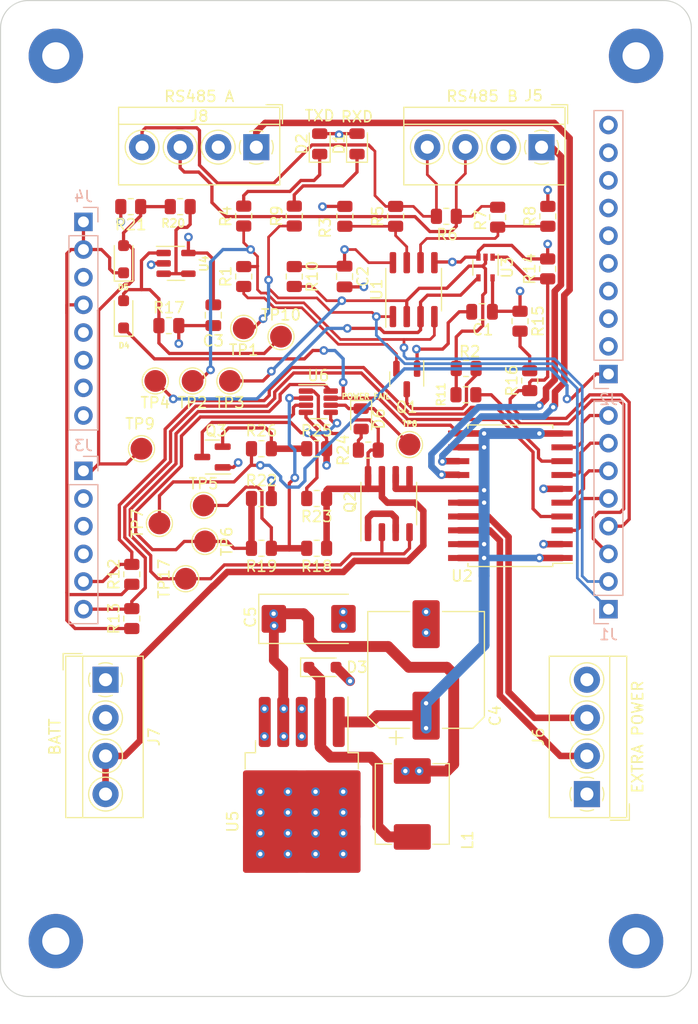
<source format=kicad_pcb>
(kicad_pcb (version 20221018) (generator pcbnew)
  (layers (0 "F.Cu" signal) (1 "In1.Cu" power) (2 "In2.Cu" power) (31 "B.Cu" signal) (34 "B.Paste" user) (35 "F.Paste" user) (36 "B.SilkS" user "B.Silkscreen") (37 "F.SilkS" user "F.Silkscreen") (38 "B.Mask" user) (39 "F.Mask" user) (44 "Edge.Cuts" user))
  (net 0 "")
  (net 1 "+5V")
  (net 2 "GND")
  (net 3 "Net-(D1-K)")
  (net 4 "Net-(D2-K)")
  (net 5 "/P0.00")
  (net 6 "/P0.01")
  (net 7 "/ENA")
  (net 8 "/P0.02")
  (net 9 "/P0.04")
  (net 10 "/P0.05")
  (net 11 "/P0.06")
  (net 12 "/P0.07")
  (net 13 "/P0.08")
  (net 14 "/P0.09")
  (net 15 "/P0.10")
  (net 16 "/P0.11")
  (net 17 "/P0.12")
  (net 18 "/P0.13")
  (net 19 "/P0.20")
  (net 20 "/P0.30")
  (net 21 "/P0.31")
  (net 22 "/AD0")
  (net 23 "/AD1")
  (net 24 "/AD2")
  (net 25 "/AD3")
  (net 26 "/AD4")
  (net 27 "/AD5")
  (net 28 "+3.3V")
  (net 29 "/RESET")
  (net 30 "/VDD (5V)")
  (net 31 "Net-(J5-Pin_1)")
  (net 32 "Net-(J6-Pin_3)")
  (net 33 "+12V")
  (net 34 "Net-(J6-Pin_2)")
  (net 36 "Net-(J5-Pin_3)")
  (net 37 "Net-(J5-Pin_4)")
  (net 38 "Net-(Q1-B)")
  (net 39 "Net-(Q1-C)")
  (net 40 "Net-(U1-DE)")
  (net 41 "Net-(U1-B)")
  (net 42 "Net-(U1-A)")
  (net 43 "Net-(U1-~{RE})")
  (net 44 "Net-(R15-Pad2)")
  (net 45 "Net-(D3-K)")
  (net 46 "Net-(D4-A)")
  (net 47 "Net-(U4--)")
  (net 48 "Net-(D6-K)")
  (net 49 "Net-(D6-A)")
  (net 50 "Net-(Q2A-S)")
  (net 51 "Net-(Q2A-G)")
  (net 52 "+BATT")
  (net 53 "Net-(Q3-B)")
  (net 54 "Net-(Q3-C)")
  (net 55 "Net-(U6-UV)")
  (net 56 "Net-(U6-OV)")
  (net 57 "Net-(J8-Pin_1)")
  (footprint "Resistor_SMD:R_0805_2012Metric" (layer "F.Cu") (at 207.547 64.643 180)
    (fp_text reference "R21")
    (fp_text value "10K")
  )
  (footprint "Resistor_SMD:R_0805_2012Metric" (layer "F.Cu") (at 224.6395 96.012 180)
    (fp_text reference "R18")
    (fp_text value "2700k")
  )
  (footprint "Capacitor_Tantalum_SMD:CP_EIA-7343-15_Kemet-W_Pad2.25x2.55mm_HandSolder" (layer "F.Cu") (at 223.901 102.489)
    (fp_text reference "C5")
    (fp_text value "220uF")
  )
  (footprint "Resistor_SMD:R_0805_2012Metric" (layer "F.Cu") (at 245.872 70.358 90)
    (fp_text reference "R14")
    (fp_text value "10K")
  )
  (footprint "Resistor_SMD:R_0805_2012Metric" (layer "F.Cu") (at 207.645 102.4655 90)
    (fp_text reference "R13")
    (fp_text value "10K")
  )
  (footprint "Resistor_SMD:R_0805_2012Metric" (layer "F.Cu") (at 229.3855 86.995 180)
    (fp_text reference "R24")
    (fp_text value "1K")
  )
  (footprint "Resistor_SMD:R_0805_2012Metric" (layer "F.Cu") (at 211.0505 75.565)
    (fp_text reference "R17")
    (fp_text value "4.7k")
  )
  (footprint "Diode_SMD:D_SOD-323_HandSoldering" (layer "F.Cu") (at 206.8885 74.529 90)
    (fp_text reference "D4")
    (fp_text value "10V")
  )
  (footprint "Resistor_SMD:R_0805_2012Metric" (layer "F.Cu") (at 231.893856 65.532 90)
    (fp_text reference "R5")
    (fp_text value "10R")
  )
  (footprint "Resistor_SMD:R_0805_2012Metric" (layer "F.Cu") (at 212.0955 64.643)
    (fp_text reference "R20")
    (fp_text value "4.7K")
  )
  (footprint "TerminalBlock_4Ucon:TerminalBlock_4Ucon_1x04_P3.50mm_Horizontal" (layer "F.Cu") (at 245.308 59.182 180)
    (fp_text reference "J5")
    (fp_text value "RS485 B")
  )
  (footprint "MountingHole:MountingHole_2.5mm_Pad" (layer "F.Cu") (at 200.66 132.08)
    (fp_text reference "REF**" hide)
    (fp_text value "MountingHole_2.5mm_Pad" hide)
  )
  (footprint "TestPoint:TestPoint_Pad_D2.0mm" (layer "F.Cu") (at 210.185 93.726 -90)
    (fp_text reference "TP7")
    (fp_text value "SHDN")
  )
  (footprint "Resistor_SMD:R_0805_2012Metric" (layer "F.Cu") (at 238.379 79.502 180)
    (fp_text reference "R2")
    (fp_text value "0R")
  )
  (footprint "TestPoint:TestPoint_Pad_D2.0mm" (layer "F.Cu") (at 221.361 76.581)
    (fp_text reference "TP10")
    (fp_text value "FUGA")
  )
  (footprint "Resistor_SMD:R_0805_2012Metric" (layer "F.Cu") (at 217.932 65.5085 -90)
    (fp_text reference "R4")
    (fp_text value "1K")
  )
  (footprint "Resistor_SMD:R_0805_2012Metric" (layer "F.Cu") (at 219.5595 91.44)
    (fp_text reference "R22")
    (fp_text value "82k")
  )
  (footprint "TestPoint:TestPoint_Pad_D2.0mm" (layer "F.Cu") (at 212.598 98.806 90)
    (fp_text reference "TP17")
    (fp_text value "GATE")
  )
  (footprint "Diode_SMD:D_SOD-323_HandSoldering" (layer "F.Cu") (at 225.171 106.934)
    (fp_text reference "D3")
    (fp_text value "SS53C")
  )
  (footprint "Package_SO:SOP-8_3.9x4.9mm_P1.27mm" (layer "F.Cu") (at 231.267 91.906 90)
    (fp_text reference "Q2")
    (fp_text value "Si9945AEY-T1")
  )
  (footprint "Package_TO_SOT_SMD:SOT-353_SC-70-5" (layer "F.Cu") (at 240.157 70.231 -90)
    (fp_text reference "U3")
    (fp_text value "74LVC1G08GW")
  )
  (footprint "TestPoint:TestPoint_Pad_D2.0mm" (layer "F.Cu") (at 213.233 80.645 180)
    (fp_text reference "TP2")
    (fp_text value "DI")
  )
  (footprint "Capacitor_SMD:C_0805_2012Metric" (layer "F.Cu") (at 215.138 74.61 -90)
    (fp_text reference "C3")
    (fp_text value "0.1uF")
  )
  (footprint "Resistor_SMD:R_0805_2012Metric" (layer "F.Cu") (at 236.55907 65.532)
    (fp_text reference "R6")
    (fp_text value "120R")
  )
  (footprint "MountingHole:MountingHole_2.5mm_Pad" (layer "F.Cu") (at 254 132.08)
    (fp_text reference "REF**" hide)
    (fp_text value "MountingHole_2.5mm_Pad" hide)
  )
  (footprint "Resistor_SMD:R_0805_2012Metric" (layer "F.Cu") (at 224.6395 91.44 180)
    (fp_text reference "R23")
    (fp_text value "100k")
  )
  (footprint "Resistor_SMD:R_0805_2012Metric" (layer "F.Cu") (at 217.932 71.059 90)
    (fp_text reference "R1")
    (fp_text value "4.7K")
  )
  (footprint "TestPoint:TestPoint_Pad_D2.0mm" (layer "F.Cu") (at 208.534 86.868 180)
    (fp_text reference "TP9")
    (fp_text value "FUEL_GAUGE")
  )
  (footprint "LED_SMD:LED_0805_2012Metric" (layer "F.Cu") (at 228.346 58.8795 90)
    (fp_text reference "D1")
    (fp_text value "RXD")
  )
  (footprint "TestPoint:TestPoint_Pad_D2.0mm" (layer "F.Cu") (at 214.376 95.377 -90)
    (fp_text reference "TP6")
    (fp_text value "OV")
  )
  (footprint "Resistor_SMD:R_0805_2012Metric" (layer "F.Cu") (at 222.578666 71.059 -90)
    (fp_text reference "R10")
    (fp_text value "10K")
  )
  (footprint "Package_TO_SOT_SMD:SOT-23" (layer "F.Cu") (at 232.918 80.4695 -90)
    (fp_text reference "Q1")
    (fp_text value "S8050")
  )
  (footprint "TerminalBlock_4Ucon:TerminalBlock_4Ucon_1x04_P3.50mm_Horizontal" (layer "F.Cu") (at 219.09 59.182 180)
    (fp_text reference "J8")
    (fp_text value "RS485 A")
  )
  (footprint "Package_TO_SOT_SMD:SOT-23-5" (layer "F.Cu") (at 211.709 69.85)
    (fp_text reference "U4")
    (fp_text value "LM321")
  )
  (footprint "MountingHole:MountingHole_2.5mm_Pad" (layer "F.Cu") (at 200.66 50.8)
    (fp_text reference "REF**" hide)
    (fp_text value "MountingHole_2.5mm_Pad" hide)
  )
  (footprint "TerminalBlock_4Ucon:TerminalBlock_4Ucon_1x04_P3.50mm_Horizontal" (layer "F.Cu") (at 205.232 108.077 -90)
    (fp_text reference "J7")
    (fp_text value "BATT")
  )
  (footprint "Capacitor_SMD:C_0805_2012Metric" (layer "F.Cu") (at 239.842 74.295 180)
    (fp_text reference "C1")
    (fp_text value "0.1uF")
  )
  (footprint "Resistor_SMD:R_0805_2012Metric" (layer "F.Cu") (at 222.578666 65.5085 -90)
    (fp_text reference "R9")
    (fp_text value "1K")
  )
  (footprint "Resistor_SMD:R_0805_2012Metric" (layer "F.Cu") (at 244.221 80.6215 90)
    (fp_text reference "R16")
    (fp_text value "0R")
  )
  (footprint "LED_SMD:LED_0805_2012Metric" (layer "F.Cu") (at 224.917 58.8795 90)
    (fp_text reference "D2")
    (fp_text value "TXD")
  )
  (footprint "TestPoint:TestPoint_Pad_D2.0mm" (layer "F.Cu") (at 214.249 92.075)
    (fp_text reference "TP5")
    (fp_text value "UV")
  )
  (footprint "Package_SO:Infineon_PG-DSO-20-32" (layer "F.Cu") (at 242.443 91.186 180)
    (fp_text reference "U2")
    (fp_text value "BTS724G")
  )
  (footprint "Resistor_SMD:R_0805_2012Metric" (layer "F.Cu") (at 219.5595 86.868 180)
    (fp_text reference "R26")
    (fp_text value "4.7K")
  )
  (footprint "Resistor_SMD:R_0805_2012Metric" (layer "F.Cu") (at 243.332 75.1605 -90)
    (fp_text reference "R15")
    (fp_text value "1K")
  )
  (footprint "TestPoint:TestPoint_Pad_D2.0mm" (layer "F.Cu") (at 209.804 80.645 180)
    (fp_text reference "TP4")
    (fp_text value "DE")
  )
  (footprint "TestPoint:TestPoint_Pad_D2.0mm" (layer "F.Cu") (at 216.662 80.645 180)
    (fp_text reference "TP3")
    (fp_text value "~{RE}")
  )
  (footprint "Package_TO_SOT_SMD:TO-263-5_TabPin3" (layer "F.Cu") (at 223.266 119.604 -90)
    (fp_text reference "U5")
    (fp_text value "LM2596S-5")
  )
  (footprint "TestPoint:TestPoint_Pad_D2.0mm" (layer "F.Cu") (at 217.932 75.819 180)
    (fp_text reference "TP1")
    (fp_text value "RO")
  )
  (footprint "TerminalBlock_4Ucon:TerminalBlock_4Ucon_1x04_P3.50mm_Horizontal" (layer "F.Cu") (at 249.4788 118.577 90)
    (fp_text reference "J6")
    (fp_text value "EXTRA POWER")
  )
  (footprint "Resistor_SMD:R_0805_2012Metric" (layer "F.Cu") (at 241.2746 65.6101 -90)
    (fp_text reference "R7")
    (fp_text value "10R")
  )
  (footprint "Resistor_SMD:R_0805_2012Metric" (layer "F.Cu") (at 245.8895 65.532 90)
    (fp_text reference "R8")
    (fp_text value "4.7K")
  )
  (footprint "Capacitor_SMD:C_0805_2012Metric" (layer "F.Cu") (at 227.203 71.059 -90)
    (fp_text reference "C2")
    (fp_text value "0.1uF")
  )
  (footprint "Diode_SMD:D_SOD-323_HandSoldering" (layer "F.Cu") (at 206.8885 69.469 90)
    (fp_text reference "D5")
    (fp_text value "SS53C")
  )
  (footprint "Capacitor_SMD:CP_Elec_10x10.5" (layer "F.Cu") (at 234.696 107.179 90)
    (fp_text reference "C4")
    (fp_text value "680uF")
  )
  (footprint "Package_TO_SOT_SMD:SOT-23" (layer "F.Cu") (at 215.0595 87.63 180)
    (fp_text reference "Q3")
    (fp_text value "S8050")
  )
  (footprint "Resistor_SMD:R_0805_2012Metric" (layer "F.Cu") (at 238.3555 81.915 180)
    (fp_text reference "R11")
    (fp_text value "0R")
  )
  (footprint "Resistor_SMD:R_0805_2012Metric" (layer "F.Cu") (at 207.645 98.4015 90)
    (fp_text reference "R12")
    (fp_text value "10K")
  )
  (footprint "LED_SMD:LED_0805_2012Metric" (layer "F.Cu") (at 228.727 84.1225 -90)
    (fp_text reference "D6")
    (fp_text value "LED")
  )
  (footprint "Resistor_SMD:R_0805_2012Metric" (layer "F.Cu") (at 219.5595 96.012 180)
    (fp_text reference "R19")
    (fp_text value "82k")
  )
  (footprint "MountingHole:MountingHole_2.5mm_Pad" (layer "F.Cu") (at 254 50.8)
    (fp_text reference "REF**" hide)
    (fp_text value "MountingHole_2.5mm_Pad" hide)
  )
  (footprint "Package_SO:SOIC-8_3.9x4.9mm_P1.27mm" (layer "F.Cu") (at 233.553 72.263 90)
    (fp_text reference "U1")
    (fp_text value "MAX485E")
  )
  (footprint "Resistor_SMD:R_0805_2012Metric" (layer "F.Cu") (at 227.228642 65.532 -90)
    (fp_text reference "R3")
    (fp_text value "4.7K")
  )
  (footprint "Inductor_SMD:L_Abracon_ASPI-0630LR" (layer "F.Cu") (at 233.426 119.484 90)
    (fp_text reference "L1")
    (fp_text value "33uH")
  )
  (footprint "Resistor_SMD:R_0805_2012Metric" (layer "F.Cu") (at 224.6395 86.868)
    (fp_text reference "R25")
    (fp_text value "100k")
  )
  (footprint "Package_TO_SOT_SMD:TSOT-23-8" (layer "F.Cu") (at 224.79 82.55)
    (fp_text reference "U6")
    (fp_text value "LTC4365TS8")
  )
  (footprint "TestPoint:TestPoint_Pad_D2.0mm" (layer "F.Cu") (at 233.172 86.487 -90)
    (fp_text reference "TP8")
    (fp_text value "FAULT")
  )
  (footprint "Connector_PinHeader_2.54mm:PinHeader_1x08_P2.54mm_Vertical" (layer "B.Cu") (at 251.46 101.6)
    (fp_text reference "J1")
    (fp_text value "CONTROL/SERIAL")
  )
  (footprint "Connector_PinHeader_2.54mm:PinHeader_1x10_P2.54mm_Vertical" (layer "B.Cu") (at 251.46 80.01)
    (fp_text reference "J2")
    (fp_text value "MISC")
  )
  (footprint "Connector_PinHeader_2.54mm:PinHeader_1x06_P2.54mm_Vertical" (layer "B.Cu") (at 203.2 88.9 180)
    (fp_text reference "J3")
    (fp_text value "ADC/SENSE")
  )
  (footprint "Connector_PinHeader_2.54mm:PinHeader_1x08_P2.54mm_Vertical" (layer "B.Cu") (at 203.2 66.04 180)
    (fp_text reference "J4")
    (fp_text value "POWER")
  )
  (gr_arc (start 198.12 137.16) (mid 196.323949 136.416051) (end 195.58 134.62) (stroke (width 0.1)) (layer "Edge.Cuts"))
  (gr_arc (start 195.58 48.26) (mid 196.323949 46.463949) (end 198.12 45.72) (stroke (width 0.1)) (layer "Edge.Cuts"))
  (gr_line (start 256.54 137.16) (end 200.66 137.16) (stroke (width 0.1)) (layer "Edge.Cuts"))
  (gr_line (start 200.66 137.16) (end 198.12 137.16) (stroke (width 0.1)) (layer "Edge.Cuts"))
  (gr_line (start 195.58 134.62) (end 195.58 48.26) (stroke (width 0.1)) (layer "Edge.Cuts"))
  (gr_arc (start 259.08 134.62) (mid 258.336051 136.416051) (end 256.54 137.16) (stroke (width 0.1)) (layer "Edge.Cuts"))
  (gr_line (start 198.12 45.72) (end 256.54 45.72) (stroke (width 0.1)) (layer "Edge.Cuts"))
  (gr_line (start 259.08 48.26) (end 259.08 134.62) (stroke (width 0.1)) (layer "Edge.Cuts"))
  (gr_arc (start 256.54 45.72) (mid 258.336051 46.463949) (end 259.08 48.26) (stroke (width 0.1)) (layer "Edge.Cuts"))
  (segment (start 227.203 68.58) (end 228.216 68.58) (width 0.25) (layer "F.Cu") (net 1))
  (segment (start 224.917 57.942) (end 226.598 57.942) (width 0.3) (layer "F.Cu") (net 1))
  (segment (start 240.807 74.28) (end 240.792 74.295) (width 0.3) (layer "F.Cu") (net 1))
  (segment (start 245.8895 64.6195) (end 245.8895 63.1365) (width 0.3) (layer "F.Cu") (net 1))
  (segment (start 220.701 103.149) (end 220.726 103.124) (width 0.9) (layer "F.Cu") (net 1))
  (segment (start 221.566 110.793) (end 221.615 110.744) (width 0.9) (layer "F.Cu") (net 1))
  (segment (start 233.1085 106.934) (end 236.601 106.934) (width 1) (layer "F.Cu") (net 1))
  (segment (start 243.332 74.248) (end 240.839 74.248) (width 0.3) (layer "F.Cu") (net 1))
  (segment (start 236.601 106.934) (end 237.236 107.569) (width 1) (layer "F.Cu") (net 1))
  (segment (start 228.216 68.58) (end 229.424 69.788) (width 0.25) (layer "F.Cu") (net 1))
  (segment (start 220.701 106.274) (end 220.701 103.149) (width 0.9) (layer "F.Cu") (net 1))
  (segment (start 227.203 70.109) (end 227.203 68.58) (width 0.25) (layer "F.Cu") (net 1))
  (segment (start 223.901 104.394) (end 224.536 105.029) (width 1) (layer "F.Cu") (net 1))
  (segment (start 220.726 103.124) (end 220.701 103.099) (width 0.9) (layer "F.Cu") (net 1))
  (segment (start 214.569 68.9) (end 212.8465 68.9) (width 0.3) (layer "F.Cu") (net 1))
  (segment (start 215.138 69.469) (end 214.569 68.9) (width 0.3) (layer "F.Cu") (net 1))
  (segment (start 224.536 105.029) (end 231.2035 105.029) (width 1) (layer "F.Cu") (net 1))
  (segment (start 233.426 116.459) (end 232.791 116.459) (width 1) (layer "F.Cu") (net 1))
  (segment (start 243.332 74.248) (end 243.332 72.39) (width 0.3) (layer "F.Cu") (net 1))
  (segment (start 223.901 102.489) (end 223.901 104.394) (width 1) (layer "F.Cu") (net 1))
  (segment (start 221.566 110.695) (end 221.566 107.139) (width 0.9) (layer "F.Cu") (net 1))
  (segment (start 229.424 69.788) (end 231.648 69.788) (width 0.25) (layer "F.Cu") (net 1))
  (segment (start 221.566 111.954) (end 221.566 110.793) (width 0.9) (layer "F.Cu") (net 1))
  (segment (start 232.791 116.459) (end 234.061 116.459) (width 1) (layer "F.Cu") (net 1))
  (segment (start 220.701 103.099) (end 220.701 102.489) (width 0.9) (layer "F.Cu") (net 1))
  (segment (start 231.2035 105.029) (end 233.1085 106.934) (width 1) (layer "F.Cu") (net 1))
  (segment (start 228.346 57.942) (end 226.792 57.942) (width 0.3) (layer "F.Cu") (net 1))
  (segment (start 237.236 115.824) (end 236.601 116.459) (width 1) (layer "F.Cu") (net 1))
  (segment (start 222.578666 70.1465) (end 227.1655 70.1465) (width 0.25) (layer "F.Cu") (net 1))
  (segment (start 223.428855 102.016855) (end 223.901 102.489) (width 1) (layer "F.Cu") (net 1))
  (segment (start 227.203 70.104) (end 227.203 68.58) (width 0.3) (layer "F.Cu") (net 1))
  (segment (start 212.8465 68.9) (end 212.8465 67.4425) (width 0.3) (layer "F.Cu") (net 1))
  (segment (start 215.138 73.66) (end 215.138 69.469) (width 0.3) (layer "F.Cu") (net 1))
  (segment (start 236.601 116.459) (end 234.061 116.459) (width 1) (layer "F.Cu") (net 1))
  (segment (start 240.807 71.181) (end 240.807 74.28) (width 0.3) (layer "F.Cu") (net 1))
  (segment (start 227.1655 70.1465) (end 227.203 70.109) (width 0.25) (layer "F.Cu") (net 1))
  (segment (start 212.8465 67.4425) (end 212.852 67.437) (width 0.3) (layer "F.Cu") (net 1))
  (segment (start 226.792 57.942) (end 226.695 58.039) (width 0.3) (layer "F.Cu") (net 1))
  (segment (start 240.839 74.248) (end 240.792 74.295) (width 0.3) (layer "F.Cu") (net 1))
  (segment (start 237.236 107.569) (end 237.236 115.824) (width 1) (layer "F.Cu") (net 1))
  (segment (start 226.598 57.942) (end 226.695 58.039) (width 0.3) (layer "F.Cu") (net 1))
  (segment (start 221.566 107.139) (end 220.701 106.274) (width 0.9) (layer "F.Cu") (net 1))
  (segment (start 220.682412 102.016855) (end 220.701 102.035443) (width 1) (layer "F.Cu") (net 1))
  (segment (start 221.615 110.744) (end 221.566 110.695) (width 0.9) (layer "F.Cu") (net 1))
  (segment (start 245.8895 63.1365) (end 245.872 63.119) (width 0.3) (layer "F.Cu") (net 1))
  (segment (start 220.682412 102.016855) (end 223.428855 102.016855) (width 1) (layer "F.Cu") (net 1))
  (via (at 232.791 116.459) (size 0.8) (drill 0.4) (layers "F.Cu" "B.Cu") (net 1))
  (via (at 221.615 113.284) (size 0.8) (drill 0.4) (layers "F.Cu" "B.Cu") (net 1))
  (via (at 226.695 58.039) (size 0.8) (drill 0.4) (layers "F.Cu" "B.Cu") (net 1))
  (via (at 220.682412 102.016855) (size 0.8) (drill 0.4) (layers "F.Cu" "B.Cu") (net 1))
  (via (at 221.615 110.744) (size 0.8) (drill 0.4) (layers "F.Cu" "B.Cu") (net 1))
  (via (at 212.852 67.437) (size 0.8) (drill 0.4) (layers "F.Cu" "B.Cu") (net 1))
  (via (at 234.061 116.459) (size 0.8) (drill 0.4) (layers "F.Cu" "B.Cu") (net 1))
  (via (at 243.332 72.39) (size 0.8) (drill 0.4) (layers "F.Cu" "B.Cu") (net 1))
  (via (at 245.872 63.119) (size 0.8) (drill 0.4) (layers "F.Cu" "B.Cu") (net 1))
  (via (at 220.726 103.124) (size 0.8) (drill 0.4) (layers "F.Cu" "B.Cu") (net 1))
  (via (at 227.203 68.58) (size 0.8) (drill 0.4) (layers "F.Cu" "B.Cu") (net 1))
  (segment (start 223.6525 83.525) (end 223.6525 84.012148) (width 0.3) (layer "F.Cu") (net 2))
  (segment (start 242.57 68.199) (end 240.03 68.199) (width 0.3) (layer "F.Cu") (net 2))
  (segment (start 237.744 74.295) (end 236.728 75.311) (width 0.3) (layer "F.Cu") (net 2))
  (segment (start 216.982 88.58) (end 217.424 88.138) (width 0.3) (layer "F.Cu") (net 2))
  (segment (start 238.313 69.281) (end 239.507 69.281) (width 0.3) (layer "F.Cu") (net 2))
  (segment (start 225.552 85.911648) (end 225.552 86.868) (width 0.3) (layer "F.Cu") (net 2))
  (segment (start 237.109 69.723) (end 235.523 69.723) (width 0.3) (layer "F.Cu") (net 2))
  (segment (start 245.872 68.072) (end 245.872 69.4455) (width 0.3) (layer "F.Cu") (net 2))
  (segment (start 237.871 69.723) (end 238.313 69.281) (width 0.3) (layer "F.Cu") (net 2))
  (segment (start 206.6345 66.1615) (end 206.629 66.167) (width 0.3) (layer "F.Cu") (net 2))
  (segment (start 223.6525 84.012148) (end 225.552 85.911648) (width 0.3) (layer "F.Cu") (net 2))
  (segment (start 215.133 75.565) (end 215.138 75.56) (width 0.3) (layer "F.Cu") (net 2))
  (segment (start 247.193 95.631) (end 245.491 95.631) (width 0.6) (layer "F.Cu") (net 2))
  (segment (start 233.868 77.785) (end 233.868 79.532) (width 0.3) (layer "F.Cu") (net 2))
  (segment (start 233.807 77.724) (end 233.868 77.785) (width 0.3) (layer "F.Cu") (net 2))
  (segment (start 206.6345 64.643) (end 206.6345 66.1615) (width 0.3) (layer "F.Cu") (net 2))
  (segment (start 235.523 69.723) (end 235.458 69.788) (width 0.3) (layer "F.Cu") (net 2))
  (segment (start 245.872 69.4455) (end 243.8165 69.4455) (width 0.3) (layer "F.Cu") (net 2))
  (segment (start 209.423 69.85) (end 209.296 69.977) (width 0.3) (layer "F.Cu") (net 2))
  (segment (start 226.421 106.934) (end 226.441 106.934) (width 0.9) (layer "F.Cu") (net 2))
  (segment (start 215.997 88.58) (end 216.982 88.58) (width 0.3) (layer "F.Cu") (net 2))
  (segment (start 227.208 72.009) (end 227.203 72.004) (width 0.3) (layer "F.Cu") (net 2))
  (segment (start 211.963 75.565) (end 211.963 77.216) (width 0.3) (layer "F.Cu") (net 2))
  (segment (start 225.552 86.868) (end 225.552 88.392) (width 0.6) (layer "F.Cu") (net 2))
  (segment (start 225.171 64.643) (end 225.1945 64.6195) (width 0.3) (layer "F.Cu") (net 2))
  (segment (start 211.963 75.565) (end 215.133 75.565) (width 0.3) (layer "F.Cu") (net 2))
  (segment (start 236.728 77.216) (end 236.22 77.724) (width 0.3) (layer "F.Cu") (net 2))
  (segment (start 210.5715 69.85) (end 209.423 69.85) (width 0.3) (layer "F.Cu") (net 2))
  (segment (start 240.03 68.199) (end 239.507 68.722) (width 0.3) (layer "F.Cu") (net 2))
  (segment (start 239.507 68.722) (end 239.507 69.281) (width 0.3) (layer "F.Cu") (net 2))
  (segment (start 228.981 72.009) (end 227.208 72.009) (width 0.3) (layer "F.Cu") (net 2))
  (segment (start 226.441 106.934) (end 227.711 108.204) (width 0.9) (layer "F.Cu") (net 2))
  (segment (start 243.8165 69.4455) (end 242.57 68.199) (width 0.3) (layer "F.Cu") (net 2))
  (segment (start 237.109 69.723) (end 237.871 69.723) (width 0.3) (layer "F.Cu") (net 2))
  (segment (start 225.1945 64.6195) (end 227.228642 64.6195) (width 0.3) (layer "F.Cu") (net 2))
  (segment (start 247.193 90.551) (end 245.491 90.551) (width 0.6) (layer "F.Cu") (net 2))
  (segment (start 220.472 91.44) (end 220.472 89.789) (width 0.6) (layer "F.Cu") (net 2))
  (segment (start 238.892 74.295) (end 237.744 74.295) (width 0.3) (layer "F.Cu") (net 2))
  (segment (start 236.22 77.724) (end 233.807 77.724) (width 0.3) (layer "F.Cu") (net 2))
  (segment (start 236.728 75.311) (end 236.728 77.216) (width 0.3) (layer "F.Cu") (net 2))
  (via (at 224.536 122.174) (size 0.8) (drill 0.4) (layers "F.Cu" "B.Cu") (net 2))
  (via (at 221.996 120.269) (size 0.8) (drill 0.4) (layers "F.Cu" "B.Cu") (net 2))
  (via (at 206.629 66.04) (size 0.8) (drill 0.4) (layers "F.Cu" "B.Cu") (net 2))
  (via (at 221.996 118.364) (size 0.8) (drill 0.4) (layers "F.Cu" "B.Cu") (net 2))
  (via (at 225.171 64.643) (size 0.8) (drill 0.4) (layers "F.Cu" "B.Cu") (net 2))
  (via (at 245.491 90.551) (size 0.8) (drill 0.4) (layers "F.Cu" "B.Cu") (net 2))
  (via (at 245.491 95.631) (size 0.8) (drill 0.4) (layers "F.Cu" "B.Cu") (net 2))
  (via (at 221.996 124.079) (size 0.8) (drill 0.4) (layers "F.Cu" "B.Cu") (net 2))
  (via (at 219.456 124.079) (size 0.8) (drill 0.4) (layers "F.Cu" "B.Cu") (net 2))
  (via (at 227.076 101.854) (size 0.8) (drill 0.4) (layers "F.Cu" "B.Cu") (net 2))
  (via (at 220.472 89.789) (size 0.8) (drill 0.4) (layers "F.Cu" "B.Cu") (net 2))
  (via (at 224.536 118.364) (size 0.8) (drill 0.4) (layers "F.Cu" "B.Cu") (net 2))
  (via (at 221.996 122.174) (size 0.8) (drill 0.4) (layers "F.Cu" "B.Cu") (net 2))
  (via (at 219.837 110.744) (size 0.8) (drill 0.4) (layers "F.Cu" "B.Cu") (net 2))
  (via (at 227.076 122.174) (size 0.8) (drill 0.4) (layers "F.Cu" "B.Cu") (net 2))
  (via (at 237.109 69.723) (size 0.8) (drill 0.4) (layers "F.Cu" "B.Cu") (net 2))
  (via (at 227.076 118.364) (size 0.8) (drill 0.4) (layers "F.Cu" "B.Cu") (net 2))
  (via (at 225.552 88.392) (size 0.8) (drill 0.4) (layers "F.Cu" "B.Cu") (net 2))
  (via (at 224.536 124.079) (size 0.8) (drill 0.4) (layers "F.Cu" "B.Cu") (net 2))
  (via (at 234.696 103.759) (size 0.8) (drill 0.4) (layers "F.Cu" "B.Cu") (net 2))
  (via (at 227.076 124.079) (size 0.8) (drill 0.4) (layers "F.Cu" "B.Cu") (net 2))
  (via (at 227.076 103.124) (size 0.8) (drill 0.4) (layers "F.Cu" "B.Cu") (net 2))
  (via (at 211.963 77.216) (size 0.8) (drill 0.4) (layers "F.Cu" "B.Cu") (net 2))
  (via (at 209.423 69.977) (size 0.8) (drill 0.4) (layers "F.Cu" "B.Cu") (net 2))
  (via (at 224.536 120.269) (size 0.8) (drill 0.4) (layers "F.Cu" "B.Cu") (net 2))
  (via (at 227.076 120.269) (size 0.8) (drill 0.4) (layers "F.Cu" "B.Cu") (net 2))
  (via (at 219.456 122.174) (size 0.8) (drill 0.4) (layers "F.Cu" "B.Cu") (net 2))
  (via (at 217.424 88.138) (size 0.8) (drill 0.4) (layers "F.Cu" "B.Cu") (net 2))
  (via (at 227.711 108.204) (size 0.8) (drill 0.4) (layers "F.Cu" "B.Cu") (net 2))
  (via (at 245.872 68.072) (size 0.8) (drill 0.4) (layers "F.Cu" "B.Cu") (net 2))
  (via (at 228.981 72.009) (size 0.8) (drill 0.4) (layers "F.Cu" "B.Cu") (net 2))
  (via (at 219.456 118.364) (size 0.8) (drill 0.4) (layers "F.Cu" "B.Cu") (net 2))
  (via (at 223.266 113.284) (size 0.8) (drill 0.4) (layers "F.Cu" "B.Cu") (net 2))
  (via (at 233.807 77.724) (size 0.8) (drill 0.4) (layers "F.Cu" "B.Cu") (net 2))
  (via (at 219.456 120.269) (size 0.8) (drill 0.4) (layers "F.Cu" "B.Cu") (net 2))
  (via (at 223.266 110.744) (size 0.8) (drill 0.4) (layers "F.Cu" "B.Cu") (net 2))
  (via (at 234.696 101.854) (size 0.8) (drill 0.4) (layers "F.Cu" "B.Cu") (net 2))
  (via (at 219.837 113.284) (size 0.8) (drill 0.4) (layers "F.Cu" "B.Cu") (net 2))
  (segment (start 222.578666 63.552334) (end 223.393 62.738) (width 0.3) (layer "F.Cu") (net 3))
  (segment (start 228.346 61.468) (end 228.346 59.817) (width 0.3) (layer "F.Cu") (net 3))
  (segment (start 223.393 62.738) (end 227.076 62.738) (width 0.3) (layer "F.Cu") (net 3))
  (segment (start 227.076 62.738) (end 228.346 61.468) (width 0.3) (layer "F.Cu") (net 3))
  (segment (start 222.578666 64.596) (end 222.578666 63.552334) (width 0.3) (layer "F.Cu") (net 3))
  (segment (start 218.313 63.246) (end 217.932 63.627) (width 0.3) (layer "F.Cu") (net 4))
  (segment (start 224.917 59.817) (end 224.917 61.722) (width 0.3) (layer "F.Cu") (net 4))
  (segment (start 224.917 61.722) (end 224.401 62.238) (width 0.3) (layer "F.Cu") (net 4))
  (segment (start 223.185893 62.238) (end 222.177894 63.246) (width 0.3) (layer "F.Cu") (net 4))
  (segment (start 217.932 63.627) (end 217.932 64.596) (width 0.3) (layer "F.Cu") (net 4))
  (segment (start 222.177894 63.246) (end 218.313 63.246) (width 0.3) (layer "F.Cu") (net 4))
  (segment (start 224.401 62.238) (end 223.185893 62.238) (width 0.3) (layer "F.Cu") (net 4))
  (segment (start 221.234 66.421) (end 220.218 67.437) (width 0.25) (layer "F.Cu") (net 5))
  (segment (start 221.107 73.025) (end 224.661604 73.025) (width 0.25) (layer "F.Cu") (net 5))
  (segment (start 218.821 75.819) (end 219.71 74.93) (width 0.3) (layer "F.Cu") (net 5))
  (segment (start 220.218 72.136) (end 221.107 73.025) (width 0.25) (layer "F.Cu") (net 5))
  (segment (start 225.989 74.351) (end 229.737 74.351) (width 0.25) (layer "F.Cu") (net 5))
  (segment (start 220.218 67.437) (end 220.218 71.374) (width 0.25) (layer "F.Cu") (net 5))
  (segment (start 229.737 74.351) (end 230.124 74.738) (width 0.25) (layer "F.Cu") (net 5))
  (segment (start 225.806 74.168) (end 225.989 74.351) (width 0.25) (layer "F.Cu") (net 5))
  (segment (start 220.218 71.374) (end 220.218 72.136) (width 0.25) (layer "F.Cu") (net 5))
  (segment (start 222.578666 66.421) (end 221.234 66.421) (width 0.25) (layer "F.Cu") (net 5))
  (segment (start 225.804604 74.168) (end 225.806 74.168) (width 0.25) (layer "F.Cu") (net 5))
  (segment (start 224.661604 73.025) (end 225.804604 74.168) (width 0.25) (layer "F.Cu") (net 5))
  (segment (start 230.124 74.738) (end 231.648 74.738) (width 0.25) (layer "F.Cu") (net 5))
  (segment (start 217.932 75.819) (end 218.821 75.819) (width 0.3) (layer "F.Cu") (net 5))
  (via (at 219.71 74.93) (size 0.8) (drill 0.4) (layers "F.Cu" "B.Cu") (net 5))
  (via (at 220.218 71.374) (size 0.8) (drill 0.4) (layers "F.Cu" "B.Cu") (net 5))
  (via (at 230.124 74.738) (size 0.8) (drill 0.4) (layers "F.Cu" "B.Cu") (net 5))
  (segment (start 230.124 74.738) (end 230.124 76.454) (width 0.25) (layer "B.Cu") (net 5))
  (segment (start 219.71 74.93) (end 220.218 74.422) (width 0.3) (layer "B.Cu") (net 5))
  (segment (start 248.597 81.338) (end 248.597 98.737) (width 0.25) (layer "B.Cu") (net 5))
  (segment (start 232.733 79.063) (end 246.322 79.063) (width 0.25) (layer "B.Cu") (net 5))
  (segment (start 230.124 76.454) (end 232.733 79.063) (width 0.25) (layer "B.Cu") (net 5))
  (segment (start 220.218 74.422) (end 220.218 71.374) (width 0.3) (layer "B.Cu") (net 5))
  (segment (start 246.322 79.063) (end 248.597 81.338) (width 0.25) (layer "B.Cu") (net 5))
  (segment (start 248.597 98.737) (end 251.46 101.6) (width 0.25) (layer "B.Cu") (net 5))
  (segment (start 219.202 70.104) (end 219.202 72.263) (width 0.25) (layer "F.Cu") (net 6))
  (segment (start 213.233 80.645) (end 213.868 80.645) (width 0.3) (layer "F.Cu") (net 6))
  (segment (start 219.1595 70.1465) (end 219.202 70.104) (width 0.3) (layer "F.Cu") (net 6))
  (segment (start 232.664 77.597) (end 232.664 76.835) (width 0.25) (layer "F.Cu") (net 6))
  (segment (start 217.932 70.1465) (end 219.1595 70.1465) (width 0.3) (layer "F.Cu") (net 6))
  (segment (start 219.202 69.215) (end 219.202 70.104) (width 0.25) (layer "F.Cu") (net 6))
  (segment (start 217.932 66.421) (end 217.932 67.945) (width 0.25) (layer "F.Cu") (net 6))
  (segment (start 220.020604 72.575) (end 220.920604 73.475) (width 0.25) (layer "F.Cu") (net 6))
  (segment (start 213.868 80.645) (end 214.884 79.629) (width 0.3) (layer "F.Cu") (net 6))
  (segment (start 219.202 72.263) (end 219.514 72.575) (width 0.25) (layer "F.Cu") (net 6))
  (segment (start 232.918 76.835) (end 235.077 76.835) (width 0.25) (layer "F.Cu") (net 6))
  (segment (start 235.458 76.454) (end 235.458 74.738) (width 0.25) (layer "F.Cu") (net 6))
  (segment (start 223.460604 73.475) (end 226.820604 76.835) (width 0.25) (layer "F.Cu") (net 6))
  (segment (start 220.920604 73.475) (end 223.460604 73.475) (width 0.25) (layer "F.Cu") (net 6))
  (segment (start 218.567 68.58) (end 219.202 69.215) (width 0.25) (layer "F.Cu") (net 6))
  (segment (start 235.077 76.835) (end 235.458 76.454) (width 0.25) (layer "F.Cu") (net 6))
  (segment (start 219.514 72.575) (end 220.020604 72.575) (width 0.25) (layer "F.Cu") (net 6))
  (segment (start 226.820604 76.835) (end 232.664 76.835) (width 0.25) (layer "F.Cu") (net 6))
  (segment (start 232.664 76.835) (end 232.918 76.835) (width 0.25) (layer "F.Cu") (net 6))
  (segment (start 217.932 67.945) (end 218.567 68.58) (width 0.25) (layer "F.Cu") (net 6))
  (via (at 218.567 68.58) (size 0.8) (drill 0.4) (layers "F.Cu" "B.Cu") (net 6))
  (via (at 214.884 79.629) (size 0.8) (drill 0.4) (layers "F.Cu" "B.Cu") (net 6))
  (via (at 232.664 77.597) (size 0.8) (drill 0.4) (layers "F.Cu" "B.Cu") (net 6))
  (segment (start 249.047 98.550604) (end 249.047 81.151604) (width 0.25) (layer "B.Cu") (net 6))
  (segment (start 246.508396 78.613) (end 232.919396 78.613) (width 0.25) (layer "B.Cu") (net 6))
  (segment (start 216.027 68.58) (end 218.567 68.58) (width 0.3) (layer "B.Cu") (net 6))
  (segment (start 214.884 69.723) (end 216.027 68.58) (width 0.3) (layer "B.Cu") (net 6))
  (segment (start 249.556396 99.06) (end 249.047 98.550604) (width 0.25) (layer "B.Cu") (net 6))
  (segment (start 214.884 79.629) (end 214.884 69.723) (width 0.3) (layer "B.Cu") (net 6))
  (segment (start 232.664 78.357604) (end 232.664 77.597) (width 0.25) (layer "B.Cu") (net 6))
  (segment (start 232.919396 78.613) (end 232.664 78.357604) (width 0.25) (layer "B.Cu") (net 6))
  (segment (start 251.46 99.06) (end 249.556396 99.06) (width 0.25) (layer "B.Cu") (net 6))
  (segment (start 249.047 81.151604) (end 246.508396 78.613) (width 0.25) (layer "B.Cu") (net 6))
  (segment (start 253.365 93.345) (end 252.73 93.98) (width 0.3) (layer "F.Cu") (net 7))
  (segment (start 249.728894 81.923) (end 252.683106 81.923) (width 0.3) (layer "F.Cu") (net 7))
  (segment (start 245.872 80.264) (end 245.872 71.2705) (width 0.3) (layer "F.Cu") (net 7))
  (segment (start 252.73 93.98) (end 251.46 93.98) (width 0.3) (layer "F.Cu") (net 7))
  (segment (start 242.128 69.281) (end 244.1175 71.2705) (width 0.3) (layer "F.Cu") (net 7))
  (segment (start 243.556318 84.082) (end 247.569894 84.082) (width 0.3) (layer "F.Cu") (net 7))
  (segment (start 253.365 82.604894) (end 253.365 93.345) (width 0.3) (layer "F.Cu") (net 7))
  (segment (start 244.221 80.772) (end 244.4215 80.5715) (width 0.3) (layer "F.Cu") (net 7))
  (segment (start 242.424159 82.314841) (end 242.424159 82.949841) (width 0.3) (layer "F.Cu") (net 7))
  (segment (start 252.683106 81.923) (end 253.365 82.604894) (width 0.3) (layer "F.Cu") (net 7))
  (segment (start 240.807 69.281) (end 242.128 69.281) (width 0.3) (layer "F.Cu") (net 7))
  (segment (start 244.221 81.534) (end 244.221 80.772) (width 0.3) (layer "F.Cu") (net 7))
  (segment (start 244.221 81.534) (end 243.205 81.534) (width 0.3) (layer "F.Cu") (net 7))
  (segment (start 244.4215 80.5715) (end 245.5645 80.5715) (width 0.3) (layer "F.Cu") (net 7))
  (segment (start 245.5645 80.5715) (end 245.872 80.264) (width 0.3) (layer "F.Cu") (net 7))
  (segment (start 242.424159 82.949841) (end 243.556318 84.082) (width 0.3) (layer "F.Cu") (net 7))
  (segment (start 247.569894 84.082) (end 249.728894 81.923) (width 0.3) (layer "F.Cu") (net 7))
  (segment (start 243.205 81.534) (end 242.424159 82.314841) (width 0.3) (layer "F.Cu") (net 7))
  (segment (start 244.1175 71.2705) (end 245.872 71.2705) (width 0.3) (layer "F.Cu") (net 7))
  (segment (start 250.063 93.218) (end 250.571 92.71) (width 0.3) (layer "F.Cu") (net 8))
  (segment (start 247.777 84.582) (end 243.349212 84.582) (width 0.3) (layer "F.Cu") (net 8))
  (segment (start 243.349212 84.582) (end 240.682212 81.915) (width 0.3) (layer "F.Cu") (net 8))
  (segment (start 240.682212 81.915) (end 239.268 81.915) (width 0.3) (layer "F.Cu") (net 8))
  (segment (start 252.5395 92.71) (end 252.865 92.3845) (width 0.3) (layer "F.Cu") (net 8))
  (segment (start 251.46 96.52) (end 250.063 95.123) (width 0.3) (layer "F.Cu") (net 8))
  (segment (start 249.936 82.423) (end 247.777 84.582) (width 0.3) (layer "F.Cu") (net 8))
  (segment (start 250.571 92.71) (end 252.5395 92.71) (width 0.3) (layer "F.Cu") (net 8))
  (segment (start 252.865 92.3845) (end 252.865 82.812) (width 0.3) (layer "F.Cu") (net 8))
  (segment (start 252.865 82.812) (end 252.476 82.423) (width 0.3) (layer "F.Cu") (net 8))
  (segment (start 252.476 82.423) (end 249.936 82.423) (width 0.3) (layer "F.Cu") (net 8))
  (segment (start 250.063 95.123) (end 250.063 93.218) (width 0.3) (layer "F.Cu") (net 8))
  (segment (start 248.539 94.361) (end 247.193 94.361) (width 0.3) (layer "F.Cu") (net 9))
  (segment (start 248.793 94.107) (end 248.539 94.361) (width 0.3) (layer "F.Cu") (net 9))
  (segment (start 251.46 91.44) (end 249.047 91.44) (width 0.3) (layer "F.Cu") (net 9))
  (segment (start 248.793 91.694) (end 248.793 94.107) (width 0.3) (layer "F.Cu") (net 9))
  (segment (start 249.047 91.44) (end 248.793 91.694) (width 0.3) (layer "F.Cu") (net 9))
  (segment (start 249.174 89.408) (end 249.174 90.52) (width 0.3) (layer "F.Cu") (net 10))
  (segment (start 247.873 91.821) (end 247.193 91.821) (width 0.3) (layer "F.Cu") (net 10))
  (segment (start 251.46 88.9) (end 249.682 88.9) (width 0.3) (layer "F.Cu") (net 10))
  (segment (start 249.174 90.52) (end 247.873 91.821) (width 0.3) (layer "F.Cu") (net 10))
  (segment (start 249.682 88.9) (end 249.174 89.408) (width 0.3) (layer "F.Cu") (net 10))
  (segment (start 251.46 86.36) (end 249.809 86.36) (width 0.3) (layer "F.Cu") (net 11))
  (segment (start 248.539 89.281) (end 247.193 89.281) (width 0.3) (layer "F.Cu") (net 11))
  (segment (start 248.92 87.249) (end 248.92 88.9) (width 0.3) (layer "F.Cu") (net 11))
  (segment (start 248.92 88.9) (end 248.539 89.281) (width 0.3) (layer "F.Cu") (net 11))
  (segment (start 249.809 86.36) (end 248.92 87.249) (width 0.3) (layer "F.Cu") (net 11))
  (segment (start 249.047 84.5185) (end 249.047 86.233) (width 0.3) (layer "F.Cu") (net 12))
  (segment (start 249.7455 83.82) (end 249.047 84.5185) (width 0.3) (layer "F.Cu") (net 12))
  (segment (start 251.46 83.82) (end 249.7455 83.82) (width 0.3) (layer "F.Cu") (net 12))
  (segment (start 249.047 86.233) (end 248.539 86.741) (width 0.3) (layer "F.Cu") (net 12))
  (segment (start 248.539 86.741) (end 247.193 86.741) (width 0.3) (layer "F.Cu") (net 12))
  (segment (start 217.043 89.916) (end 211.455 89.916) (width 0.3) (layer "F.Cu") (net 13))
  (segment (start 219.456 88.392) (end 218.567 88.392) (width 0.3) (layer "F.Cu") (net 13))
  (segment (start 247.65 82.296) (end 248.031 82.296) (width 0.3) (layer "F.Cu") (net 13))
  (segment (start 248.031 82.296) (end 250.317 80.01) (width 0.3) (layer "F.Cu") (net 13))
  (segment (start 211.455 89.916) (end 210.185 91.186) (width 0.3) (layer "F.Cu") (net 13))
  (segment (start 218.647 86.868) (end 218.647 88.312) (width 0.3) (layer "F.Cu") (net 13))
  (segment (start 218.647 88.312) (end 218.5035 88.4555) (width 0.3) (layer "F.Cu") (net 13))
  (segment (start 218.5035 88.4555) (end 217.043 89.916) (width 0.3) (layer "F.Cu") (net 13))
  (segment (start 218.567 88.392) (end 218.5035 88.4555) (width 0.3) (layer "F.Cu") (net 13))
  (segment (start 210.185 91.186) (end 210.185 93.726) (width 0.3) (layer "F.Cu") (net 13))
  (segment (start 250.317 80.01) (end 251.46 80.01) (width 0.3) (layer "F.Cu") (net 13))
  (via (at 247.65 82.296) (size 0.8) (drill 0.4) (layers "F.Cu" "B.Cu") (net 13))
  (via (at 219.456 88.392) (size 0.8) (drill 0.4) (layers "F.Cu" "B.Cu") (net 13))
  (segment (start 221.33 89.433604) (end 220.288396 88.392) (width 0.3) (layer "B.Cu") (net 13))
  (segment (start 223.559396 89.82) (end 222.986396 90.393) (width 0.3) (layer "B.Cu") (net 13))
  (segment (start 232.698396 79.538) (end 223.559396 88.677) (width 0.3) (layer "B.Cu") (net 13))
  (segment (start 223.559396 88.677) (end 223.559396 89.82) (width 0.3) (layer "B.Cu") (net 13))
  (segment (start 220.288396 88.392) (end 219.456 88.392) (width 0.3) (layer "B.Cu") (net 13))
  (segment (start 247.65 81.062752) (end 246.125248 79.538) (width 0.3) (layer "B.Cu") (net 13))
  (segment (start 221.33 89.758) (end 221.33 89.433604) (width 0.3) (layer "B.Cu") (net 13))
  (segment (start 246.125248 79.538) (end 232.698396 79.538) (width 0.3) (layer "B.Cu") (net 13))
  (segment (start 247.65 82.296) (end 247.65 81.062752) (width 0.3) (layer "B.Cu") (net 13))
  (segment (start 221.965 90.393) (end 221.33 89.758) (width 0.3) (layer "B.Cu") (net 13))
  (segment (start 222.986396 90.393) (end 221.965 90.393) (width 0.3) (layer "B.Cu") (net 13))
  (segment (start 204.597 88.265) (end 203.962 88.9) (width 0.3) (layer "F.Cu") (net 22))
  (segment (start 208.4595 65.4795) (end 206.883 67.056) (width 0.3) (layer "F.Cu") (net 22))
  (segment (start 207.7385 68.5465) (end 207.7385 71.4075) (width 0.3) (layer "F.Cu") (net 22))
  (segment (start 207.411 68.219) (end 207.7385 68.5465) (width 0.3) (layer "F.Cu") (net 22))
  (segment (start 203.962 88.9) (end 203.2 88.9) (width 0.3) (layer "F.Cu") (net 22))
  (segment (start 207.002 71.763) (end 204.597 74.168) (width 0.3) (layer "F.Cu") (net 22))
  (segment (start 204.597 88.265) (end 207.137 88.265) (width 0.3) (layer "F.Cu") (net 22))
  (segment (start 208.4595 64.643) (end 208.4595 65.4795) (width 0.3) (layer "F.Cu") (net 22))
  (segment (start 208.4595 64.643) (end 211.183 64.643) (width 0.3) (layer "F.Cu") (net 22))
  (segment (start 207.7385 71.4075) (end 207.383 71.763) (width 0.3) (layer "F.Cu") (net 22))
  (segment (start 206.8885 68.219) (end 207.411 68.219) (width 0.3) (layer "F.Cu") (net 22))
  (segment (start 207.137 88.265) (end 208.534 86.868) (width 0.3) (layer "F.Cu") (net 22))
  (segment (start 206.883 67.056) (end 206.8885 67.0615) (width 0.3) (layer "F.Cu") (net 22))
  (segment (start 206.8885 67.0615) (end 206.8885 68.219) (width 0.3) (layer "F.Cu") (net 22))
  (segment (start 204.597 74.168) (end 204.597 88.265) (width 0.3) (layer "F.Cu") (net 22))
  (segment (start 207.383 71.763) (end 207.002 71.763) (width 0.3) (layer "F.Cu") (net 22))
  (segment (start 206.549 97.489) (end 204.978 99.06) (width 0.3) (layer "F.Cu") (net 26))
  (segment (start 219.805 82.455) (end 220.279396 81.980604) (width 0.3) (layer "F.Cu") (net 26))
  (segment (start 210.709 85.074) (end 213.328 82.455) (width 0.3) (layer "F.Cu") (net 26))
  (segment (start 220.279396 81.455392) (end 222.320788 79.414) (width 0.3) (layer "F.Cu") (net 26))
  (segment (start 204.978 99.06) (end 203.2 99.06) (width 0.3) (layer "F.Cu") (net 26))
  (segment (start 207.645 97.489) (end 207.645 96.355319) (width 0.3) (layer "F.Cu") (net 26))
  (segment (start 220.279396 81.980604) (end 220.279396 81.455392) (width 0.3) (layer "F.Cu") (net 26))
  (segment (start 210.709 87.833576) (end 210.709 85.074) (width 0.3) (layer "F.Cu") (net 26))
  (segment (start 245.028 87.710198) (end 245.328802 88.011) (width 0.3) (layer "F.Cu") (net 26))
  (segment (start 222.320788 79.414) (end 228.947895 79.414) (width 0.3) (layer "F.Cu") (net 26))
  (segment (start 238.850606 83.066) (end 241.126106 83.066) (width 0.3) (layer "F.Cu") (net 26))
  (segment (start 206.502 92.040576) (end 210.709 87.833576) (width 0.3) (layer "F.Cu") (net 26))
  (segment (start 207.645 97.489) (end 206.549 97.489) (width 0.3) (layer "F.Cu") (net 26))
  (segment (start 241.126106 83.066) (end 245.028 86.967894) (width 0.3) (layer "F.Cu") (net 26))
  (segment (start 207.645 96.355319) (end 206.502 95.212319) (width 0.3) (layer "F.Cu") (net 26))
  (segment (start 213.328 82.455) (end 219.805 82.455) (width 0.3) (layer "F.Cu") (net 26))
  (segment (start 238.231606 83.685) (end 238.850606 83.066) (width 0.3) (layer "F.Cu") (net 26))
  (segment (start 245.328802 88.011) (end 247.193 88.011) (width 0.3) (layer "F.Cu") (net 26))
  (segment (start 228.947895 79.414) (end 233.218894 83.685) (width 0.3) (layer "F.Cu") (net 26))
  (segment (start 245.028 86.967894) (end 245.028 87.710198) (width 0.3) (layer "F.Cu") (net 26))
  (segment (start 233.218894 83.685) (end 238.231606 83.685) (width 0.3) (layer "F.Cu") (net 26))
  (segment (start 206.502 95.212319) (end 206.502 92.040576) (width 0.3) (layer "F.Cu") (net 26))
  (segment (start 207.645 100.881956) (end 208.886947 99.640009) (width 0.3) (layer "F.Cu") (net 27))
  (segment (start 245.237 93.091) (end 247.193 93.091) (width 0.3) (layer "F.Cu") (net 27))
  (segment (start 207.645 101.553) (end 207.645 100.881956) (width 0.3) (layer "F.Cu") (net 27))
  (segment (start 207.002 95.005212) (end 207.002 92.247682) (width 0.3) (layer "F.Cu") (net 27))
  (segment (start 207.598 101.6) (end 207.645 101.553) (width 0.3) (layer "F.Cu") (net 27))
  (segment (start 220.779396 82.242604) (end 220.779396 81.662498) (width 0.3) (layer "F.Cu") (net 27))
  (segment (start 220.067 82.955) (end 220.779396 82.242604) (width 0.3) (layer "F.Cu") (net 27))
  (segment (start 208.886947 96.890159) (end 207.002 95.005212) (width 0.3) (layer "F.Cu") (net 27))
  (segment (start 211.209 85.281106) (end 213.535106 82.955) (width 0.3) (layer "F.Cu") (net 27))
  (segment (start 220.779396 81.662498) (end 222.527894 79.914) (width 0.3) (layer "F.Cu") (net 27))
  (segment (start 222.527894 79.914) (end 228.740788 79.914) (width 0.3) (layer "F.Cu") (net 27))
  (segment (start 244.528 87.175) (end 244.528 92.382) (width 0.3) (layer "F.Cu") (net 27))
  (segment (start 244.528 92.382) (end 245.237 93.091) (width 0.3) (layer "F.Cu") (net 27))
  (segment (start 213.535106 82.955) (end 220.067 82.955) (width 0.3) (layer "F.Cu") (net 27))
  (segment (start 203.2 101.6) (end 207.598 101.6) (width 0.3) (layer "F.Cu") (net 27))
  (segment (start 228.740788 79.914) (end 233.011788 84.185) (width 0.3) (layer "F.Cu") (net 27))
  (segment (start 211.209 88.040682) (end 211.209 85.281106) (width 0.3) (layer "F.Cu") (net 27))
  (segment (start 208.886947 99.640009) (end 208.886947 96.890159) (width 0.3) (layer "F.Cu") (net 27))
  (segment (start 233.011788 84.185) (end 241.538 84.185) (width 0.3) (layer "F.Cu") (net 27))
  (segment (start 241.538 84.185) (end 244.528 87.175) (width 0.3) (layer "F.Cu") (net 27))
  (segment (start 207.002 92.247682) (end 211.209 88.040682) (width 0.3) (layer "F.Cu") (net 27))
  (segment (start 205.974 70.719) (end 206.8885 70.719) (width 0.3) (layer "F.Cu") (net 28))
  (segment (start 201.86 100.26) (end 201.676 100.076) (width 0.3) (layer "F.Cu") (net 28))
  (segment (start 201.676 102.616) (end 201.676 100.076) (width 0.3) (layer "F.Cu") (net 28))
  (segment (start 207.645 99.314) (end 206.699 100.26) (width 0.3) (layer "F.Cu") (net 28))
  (segment (start 206.699 100.26) (end 201.86 100.26) (width 0.3) (layer "F.Cu") (net 28))
  (segment (start 203.2 68.58) (end 203.2 66.04) (width 0.3) (layer "F.Cu") (net 28))
  (segment (start 203.2 68.58) (end 204.851 68.58) (width 0.3) (layer "F.Cu") (net 28))
  (segment (start 201.676 73.66) (end 203.2 73.66) (width 0.3) (layer "F.Cu") (net 28))
  (segment (start 205.613 69.342) (end 205.613 70.358) (width 0.3) (layer "F.Cu") (net 28))
  (segment (start 203.2 68.58) (end 202.057 68.58) (width 0.3) (layer "F.Cu") (net 28))
  (segment (start 207.645 103.378) (end 202.438 103.378) (width 0.3) (layer "F.Cu") (net 28))
  (segment (start 202.438 103.378) (end 201.676 102.616) (width 0.3) (layer "F.Cu") (net 28))
  (segment (start 201.676 74.422) (end 201.676 73.66) (width 0.3) (layer "F.Cu") (net 28))
  (segment (start 201.676 68.961) (end 201.676 74.422) (width 0.3) (layer "F.Cu") (net 28))
  (segment (start 202.057 68.58) (end 201.676 68.961) (width 0.3) (layer "F.Cu") (net 28))
  (segment (start 205.613 70.358) (end 205.974 70.719) (width 0.3) (layer "F.Cu") (net 28))
  (segment (start 201.676 100.076) (end 201.676 74.422) (width 0.3) (layer "F.Cu") (net 28))
  (segment (start 204.851 68.58) (end 205.613 69.342) (width 0.3) (layer "F.Cu") (net 28))
  (segment (start 237.6676 89.2556) (end 237.693 89.281) (width 0.6) (layer "F.Cu") (net 31))
  (segment (start 247.0895 60.0185) (end 246.253 59.182) (width 0.6) (layer "F.Cu") (net 31))
  (segment (start 236.1184 89.2556) (end 237.6676 89.2556) (width 0.6) (layer "F.Cu") (net 31))
  (segment (start 246.522 72.400588) (end 247.0895 71.833088) (width 0.6) (layer "F.Cu") (net 31))
  (segment (start 245.7196 82.292872) (end 245.7196 81.335638) (width 0.6) (layer "F.Cu") (net 31))
  (segment (start 245.7196 81.335638) (end 246.522 80.533238) (width 0.6) (layer "F.Cu") (net 31))
  (segment (start 245.11 82.902472) (end 245.7196 82.292872) (width 0.6) (layer "F.Cu") (net 31))
  (segment (start 246.522 80.533238) (end 246.522 72.400588) (width 0.6) (layer "F.Cu") (net 31))
  (segment (start 247.0895 71.833088) (end 247.0895 60.0185) (width 0.6) (layer "F.Cu") (net 31))
  (segment (start 246.253 59.182) (end 245.308 59.182) (width 0.6) (layer "F.Cu") (net 31))
  (via (at 245.11 82.902472) (size 0.8) (drill 0.4) (layers "F.Cu" "B.Cu") (net 31))
  (via (at 236.1184 89.2556) (size 0.8) (drill 0.4) (layers "F.Cu" "B.Cu") (net 31))
  (segment (start 244.954472 83.058) (end 239.508229 83.058) (width 0.6) (layer "B.Cu") (net 31))
  (segment (start 239.508229 83.058) (end 235.1866 87.379629) (width 0.6) (layer "B.Cu") (net 31))
  (segment (start 245.11 82.902472) (end 244.954472 83.058) (width 0.6) (layer "B.Cu") (net 31))
  (segment (start 235.1866 87.379629) (end 235.1866 88.4762) (width 0.6) (layer "B.Cu") (net 31))
  (segment (start 235.1866 88.4762) (end 235.966 89.2556) (width 0.6) (layer "B.Cu") (net 31))
  (segment (start 235.966 89.2556) (end 236.1184 89.2556) (width 0.6) (layer "B.Cu") (net 31))
  (segment (start 249.4788 111.577) (end 244.66137 111.577) (width 0.6) (layer "F.Cu") (net 32))
  (segment (start 240.39937 93.091) (end 237.693 93.091) (width 0.6) (layer "F.Cu") (net 32))
  (segment (start 244.66137 111.577) (end 242.278 109.19363) (width 0.6) (layer "F.Cu") (net 32))
  (segment (start 242.278 109.19363) (end 242.278 94.96963) (width 0.6) (layer "F.Cu") (net 32))
  (segment (start 242.278 94.96963) (end 240.39937 93.091) (width 0.6) (layer "F.Cu") (net 32))
  (segment (start 225.9275 82.225) (end 227.076 82.225) (width 0.3) (layer "F.Cu") (net 33))
  (segment (start 239.903 90.551) (end 240.03 90.678) (width 0.6) (layer "F.Cu") (net 33))
  (segment (start 223.512 78.621) (end 224.282 77.851) (width 0.3) (layer "F.Cu") (net 33))
  (segment (start 236.931 84.709) (end 237.693 85.471) (width 0.3) (layer "F.Cu") (net 33))
  (segment (start 237.693 90.551) (end 239.903 90.551) (width 0.6) (layer "F.Cu") (net 33))
  (segment (start 230.344682 82.225) (end 232.828682 84.709) (width 0.3) (layer "F.Cu") (net 33))
  (segment (start 233.172 90.551) (end 233.172 89.281) (width 0.6) (layer "F.Cu") (net 33))
  (segment (start 230.191 111.379) (end 234.696 111.379) (width 1) (layer "F.Cu") (net 33))
  (segment (start 237.693 85.471) (end 240.03 85.471) (width 0.6) (layer "F.Cu") (net 33))
  (segment (start 224.282 77.851) (end 225.298 77.851) (width 0.3) (layer "F.Cu") (net 33))
  (segment (start 237.693 90.551) (end 233.172 90.551) (width 0.6) (layer "F.Cu") (net 33))
  (segment (start 232.828682 84.709) (end 236.931 84.709) (width 0.3) (layer "F.Cu") (net 33))
  (segment (start 227.076 82.225) (end 230.344682 82.225) (width 0.3) (layer "F.Cu") (net 33))
  (segment (start 247.193 85.471) (end 245.11 85.471) (width 0.6) (layer "F.Cu") (net 33))
  (segment (start 237.693 86.741) (end 240.03 86.741) (width 0.6) (layer "F.Cu") (net 33))
  (segment (start 206.8885 75.779) (end 209.7305 78.621) (width 0.3) (layer "F.Cu") (net 33))
  (segment (start 229.616 111.954) (end 226.666 111.954) (width 1) (layer "F.Cu") (net 33))
  (segment (start 229.616 111.954) (end 230.191 111.379) (width 1) (layer "F.Cu") (net 33))
  (segment (start 247.193 96.901) (end 245.11 96.901) (width 0.6) (layer "F.Cu") (net 33))
  (segment (start 209.7305 78.621) (end 223.512 78.621) (width 0.3) (layer "F.Cu") (net 33))
  (segment (start 237.693 95.631) (end 240.03 95.631) (width 0.6) (layer "F.Cu") (net 33))
  (segment (start 237.693 91.821) (end 240.03 91.821) (width 0.6) (layer "F.Cu") (net 33))
  (segment (start 233.172 90.551) (end 231.902 90.551) (width 0.6) (layer "F.Cu") (net 33))
  (segment (start 231.902 90.551) (end 231.902 89.281) (width 0.6) (layer "F.Cu") (net 33))
  (segment (start 237.693 96.901) (end 240.03 96.901) (width 0.6) (layer "F.Cu") (net 33))
  (segment (start 227.076 80.772) (end 227.076 82.225) (width 0.3) (layer "F.Cu") (net 33))
  (via (at 225.298 77.851) (size 0.8) (drill 0.4) (layers "F.Cu" "B.Cu") (net 33))
  (via (at 240.03 86.741) (size 0.8) (drill 0.4) (layers "F.Cu" "B.Cu") (net 33))
  (via (at 240.03 85.471) (size 0.8) (drill 0.4) (layers "F.Cu" "B.Cu") (net 33))
  (via (at 245.11 85.471) (size 0.8) (drill 0.4) (layers "F.Cu" "B.Cu") (net 33))
  (via (at 240.03 91.821) (size 0.8) (drill 0.4) (layers "F.Cu" "B.Cu") (net 33))
  (via (at 240.03 90.678) (size 0.8) (drill 0.4) (layers "F.Cu" "B.Cu") (net 33))
  (via (at 234.696 110.236) (size 0.8) (drill 0.4) (layers "F.Cu" "B.Cu") (net 33))
  (via (at 234.696 112.522) (size 0.8) (drill 0.4) (layers "F.Cu" "B.Cu") (net 33))
  (via (at 240.03 96.901) (size 0.8) (drill 0.4) (layers "F.Cu" "B.Cu") (net 33))
  (via (at 240.03 95.631) (size 0.8) (drill 0.4) (layers "F.Cu" "B.Cu") (net 33))
  (via (at 245.11 96.901) (size 0.8) (drill 0.4) (layers "F.Cu" "B.Cu") (net 33))
  (via (at 227.076 80.772) (size 0.8) (drill 0.4) (layers "F.Cu" "B.Cu") (net 33))
  (segment (start 240.03 104.902) (end 240.03 98.552) (width 1) (layer "B.Cu") (net 33))
  (segment (start 227.076 78.613) (end 227.076 80.772) (width 0.3) (layer "B.Cu") (net 33))
  (segment (start 240.03 92.9132) (end 240.03 86.0298) (width 1) (layer "B.Cu") (net 33))
  (segment (start 240.03 96.901) (end 245.11 96.901) (width 0.6) (layer "B.Cu") (net 33))
  (segment (start 240.03 92.9132) (end 240.03 90.678) (width 1) (layer "B.Cu") (net 33))
  (segment (start 226.314 77.851) (end 227.076 78.613) (width 0.3) (layer "B.Cu") (net 33))
  (segment (start 240.03 98.552) (end 240.03 96.901) (width 1) (layer "B.Cu") (net 33))
  (segment (start 245.11 85.471) (end 240.03 85.471) (width 1) (layer "B.Cu") (net 33))
  (segment (start 234.696 110.236) (end 240.03 104.902) (width 1) (layer "B.Cu") (net 33))
  (segment (start 234.696 110.236) (end 234.696 112.522) (width 1) (layer "B.Cu") (net 33))
  (segment (start 240.03 86.0298) (end 240.03 85.471) (width 1) (layer "B.Cu") (net 33))
  (segment (start 225.298 77.851) (end 226.314 77.851) (width 0.3) (layer "B.Cu") (net 33))
  (segment (start 240.03 98.552) (end 240.03 92.9132) (width 1) (layer "B.Cu") (net 33))
  (segment (start 247.03 115.077) (end 241.478 109.525) (width 0.6) (layer "F.Cu") (net 34))
  (segment (start 240.538 94.361) (end 237.693 94.361) (width 0.6) (layer "F.Cu") (net 34))
  (segment (start 241.478 109.525) (end 241.478 95.301) (width 0.6) (layer "F.Cu") (net 34))
  (segment (start 241.478 95.301) (end 240.538 94.361) (width 0.6) (layer "F.Cu") (net 34))
  (segment (start 249.4788 115.077) (end 247.03 115.077) (width 0.6) (layer "F.Cu") (net 34))
  (segment (start 215.011 62.683106) (end 215.011 64.262) (width 0.3) (layer "F.Cu") (net 36))
  (segment (start 237.47157 62.43143) (end 238.308 61.595) (width 0.25) (layer "F.Cu") (net 36))
  (segment (start 237.47157 65.532) (end 237.47157 62.43143) (width 0.25) (layer "F.Cu") (net 36))
  (segment (start 238.887 65.532) (end 237.47157 65.532) (width 0.25) (layer "F.Cu") (net 36))
  (segment (start 237.47157 66.43943) (end 237.47157 65.532) (width 0.3) (layer "F.Cu") (net 36))
  (segment (start 239.7995 64.6195) (end 238.887 65.532) (width 0.25) (layer "F.Cu") (net 36))
  (segment (start 238.308 61.595) (end 238.308 59.182) (width 0.25) (layer "F.Cu") (net 36))
  (segment (start 212.471 61.468) (end 213.795894 61.468) (width 0.3) (layer "F.Cu") (net 36))
  (segment (start 241.3 64.6195) (end 239.7995 64.6195) (width 0.25) (layer "F.Cu") (net 36))
  (segment (start 213.795894 61.468) (end 215.011 62.683106) (width 0.3) (layer "F.Cu") (net 36))
  (segment (start 233.6735 65.5585) (end 235.044 66.929) (width 0.3) (layer "F.Cu") (net 36))
  (segment (start 212.09 61.087) (end 212.471 61.468) (width 0.3) (layer "F.Cu") (net 36))
  (segment (start 236.982 66.929) (end 237.47157 66.43943) (width 0.3) (layer "F.Cu") (net 36))
  (segment (start 215.011 64.262) (end 216.3075 65.5585) (width 0.3) (layer "F.Cu") (net 36))
  (segment (start 235.044 66.929) (end 236.982 66.929) (width 0.3) (layer "F.Cu") (net 36))
  (segment (start 216.3075 65.5585) (end 233.6735 65.5585) (width 0.3) (layer "F.Cu") (net 36))
  (segment (start 212.09 59.182) (end 212.09 61.087) (width 0.3) (layer "F.Cu") (net 36))
  (segment (start 230.9895 64.6195) (end 231.893856 64.6195) (width 0.25) (layer "F.Cu") (net 37))
  (segment (start 231.893856 64.6195) (end 233.5295 64.6195) (width 0.25) (layer "F.Cu") (net 37))
  (segment (start 229.997 63.627) (end 230.9895 64.6195) (width 0.25) (layer "F.Cu") (net 37))
  (segment (start 233.5295 64.6195) (end 234.442 65.532) (width 0.25) (layer "F.Cu") (net 37))
  (segment (start 229.743 59.309) (end 229.4135 58.9795) (width 0.3) (layer "F.Cu") (net 37))
  (segment (start 229.4135 58.9795) (end 224.208056 58.9795) (width 0.3) (layer "F.Cu") (net 37))
  (segment (start 235.64657 62.54557) (end 234.808 61.707) (width 0.25) (layer "F.Cu") (net 37))
  (segment (start 235.64657 65.532) (end 235.64657 62.54557) (width 0.25) (layer "F.Cu") (net 37))
  (segment (start 215.519 62.484) (end 213.868 60.833) (width 0.3) (layer "F.Cu") (net 37))
  (segment (start 208.59 57.729) (end 208.59 59.182) (width 0.3) (layer "F.Cu") (net 37))
  (segment (start 213.614 57.404) (end 208.915 57.404) (width 0.3) (layer "F.Cu") (net 37))
  (segment (start 213.868 57.658) (end 213.614 57.404) (width 0.3) (layer "F.Cu") (net 37))
  (segment (start 220.703556 62.484) (end 215.519 62.484) (width 0.3) (layer "F.Cu") (net 37))
  (segment (start 234.442 65.532) (end 235.64657 65.532) (width 0.25) (layer "F.Cu") (net 37))
  (segment (start 213.868 60.833) (end 213.868 57.658) (width 0.3) (layer "F.Cu") (net 37))
  (segment (start 229.997 59.563) (end 229.997 63.627) (width 0.25) (layer "F.Cu") (net 37))
  (segment (start 224.208056 58.9795) (end 220.703556 62.484) (width 0.3) (layer "F.Cu") (net 37))
  (segment (start 234.808 61.707) (end 234.808 59.182) (width 0.25) (layer "F.Cu") (net 37))
  (segment (start 208.915 57.404) (end 208.59 57.729) (width 0.3) (layer "F.Cu") (net 37))
  (segment (start 229.743 59.309) (end 229.997 59.563) (width 0.25) (layer "F.Cu") (net 37))
  (segment (start 226.634208 77.285) (end 223.274208 73.925) (width 0.25) (layer "F.Cu") (net 38))
  (segment (start 231.968 78.171) (end 231.082 77.285) (width 0.25) (layer "F.Cu") (net 38))
  (segment (start 220.734208 73.925) (end 219.834208 73.025) (width 0.25) (layer "F.Cu") (net 38))
  (segment (start 218.313 73.025) (end 217.932 72.644) (width 0.25) (layer "F.Cu") (net 38))
  (segment (start 231.082 77.285) (end 226.634208 77.285) (width 0.25) (layer "F.Cu") (net 38))
  (segment (start 217.932 72.644) (end 217.932 71.9715) (width 0.25) (layer "F.Cu") (net 38))
  (segment (start 223.274208 73.925) (end 220.734208 73.925) (width 0.25) (layer "F.Cu") (net 38))
  (segment (start 231.968 79.532) (end 231.968 78.171) (width 0.25) (layer "F.Cu") (net 38))
  (segment (start 219.834208 73.025) (end 218.313 73.025) (width 0.25) (layer "F.Cu") (net 38))
  (segment (start 238.4055 80.9995) (end 238.4055 82.804) (width 0.3) (layer "F.Cu") (net 39))
  (segment (start 239.2915 79.502) (end 239.2915 80.1135) (width 0.3) (layer "F.Cu") (net 39))
  (segment (start 239.2915 80.1135) (end 238.4055 80.9995) (width 0.3) (layer "F.Cu") (net 39))
  (segment (start 238.4055 82.804) (end 238.0245 83.185) (width 0.3) (layer "F.Cu") (net 39))
  (segment (start 238.0245 83.185) (end 233.426 83.185) (width 0.3) (layer "F.Cu") (net 39))
  (segment (start 233.426 83.185) (end 232.918 82.677) (width 0.3) (layer "F.Cu") (net 39))
  (segment (start 232.918 82.677) (end 232.918 81.407) (width 0.3) (layer "F.Cu") (net 39))
  (segment (start 230.837369 76.2) (end 233.9445 76.2) (width 0.3) (layer "F.Cu") (net 40))
  (segment (start 237.871 72.771) (end 234.823 72.771) (width 0.3) (layer "F.Cu") (net 40))
  (segment (start 233.9445 76.2) (end 234.188 75.9565) (width 0.3) (layer "F.Cu") (net 40))
  (segment (start 234.188 75.9565) (end 234.188 74.738) (width 0.3) (layer "F.Cu") (net 40))
  (segment (start 234.823 72.771) (end 234.188 73.406) (width 0.3) (layer "F.Cu") (net 40))
  (segment (start 227.457 75.819) (end 230.456369 75.819) (width 0.3) (layer "F.Cu") (net 40))
  (segment (start 234.188 73.406) (end 234.188 74.738) (width 0.3) (layer "F.Cu") (net 40))
  (segment (start 209.804 80.645) (end 211.455 82.296) (width 0.3) (layer "F.Cu") (net 40))
  (segment (start 239.461 71.181) (end 237.871 72.771) (width 0.3) (layer "F.Cu") (net 40))
  (segment (start 239.507 71.181) (end 239.461 71.181) (width 0.3) (layer "F.Cu") (net 40))
  (segment (start 230.456369 75.819) (end 230.837369 76.2) (width 0.3) (layer "F.Cu") (net 40))
  (via (at 211.455 82.296) (size 0.8) (drill 0.4) (layers "F.Cu" "B.Cu") (net 40))
  (via (at 227.457 75.819) (size 0.8) (drill 0.4) (layers "F.Cu" "B.Cu") (net 40))
  (segment (start 219.145396 82.296) (end 225.622396 75.819) (width 0.3) (layer "B.Cu") (net 40))
  (segment (start 211.455 82.296) (end 219.145396 82.296) (width 0.3) (layer "B.Cu") (net 40))
  (segment (start 225.622396 75.819) (end 227.457 75.819) (width 0.3) (layer "B.Cu") (net 40))
  (segment (start 231.893856 66.4445) (end 227.228642 66.4445) (width 0.25) (layer "F.Cu") (net 41))
  (segment (start 232.918 68.326) (end 232.918 69.788) (width 0.25) (layer "F.Cu") (net 41))
  (segment (start 231.893856 67.301856) (end 232.918 68.326) (width 0.25) (layer "F.Cu") (net 41))
  (segment (start 231.893856 66.4445) (end 231.893856 67.301856) (width 0.25) (layer "F.Cu") (net 41))
  (segment (start 241.3 66.4445) (end 241.3 67.31) (width 0.25) (layer "F.Cu") (net 42))
  (segment (start 234.7595 67.564) (end 234.188 68.1355) (width 0.25) (layer "F.Cu") (net 42))
  (segment (start 234.188 68.1355) (end 234.188 69.788) (width 0.25) (layer "F.Cu") (net 42))
  (segment (start 241.046 67.564) (end 234.7595 67.564) (width 0.25) (layer "F.Cu") (net 42))
  (segment (start 241.3 67.31) (end 241.046 67.564) (width 0.25) (layer "F.Cu") (net 42))
  (segment (start 241.3 66.4445) (end 245.8895 66.4445) (width 0.25) (layer "F.Cu") (net 42))
  (segment (start 219.71 80.645) (end 220.726 79.629) (width 0.3) (layer "F.Cu") (net 43))
  (segment (start 236.601 72.136) (end 238.633 70.104) (width 0.3) (layer "F.Cu") (net 43))
  (segment (start 239.903 75.565) (end 239.903 72.771) (width 0.3) (layer "F.Cu") (net 43))
  (segment (start 224.2445 71.9715) (end 222.578666 71.9715) (width 0.25) (layer "F.Cu") (net 43))
  (segment (start 237.998 76.073) (end 239.395 76.073) (width 0.3) (layer "F.Cu") (net 43))
  (segment (start 239.395 76.073) (end 239.903 75.565) (width 0.3) (layer "F.Cu") (net 43))
  (segment (start 240.157 72.517) (end 240.157 70.352) (width 0.3) (layer "F.Cu") (net 43))
  (segment (start 237.4665 81.8915) (end 237.443 81.915) (width 0.3) (layer "F.Cu") (net 43))
  (segment (start 226.949 73.279) (end 225.552 73.279) (width 0.25) (layer "F.Cu") (net 43))
  (segment (start 238.633 70.104) (end 239.909 70.104) (width 0.3) (layer "F.Cu") (net 43))
  (segment (start 239.909 70.104) (end 240.157 69.856) (width 0.3) (layer "F.Cu") (net 43))
  (segment (start 237.4665 79.502) (end 237.4665 76.6045) (width 0.3) (layer "F.Cu") (net 43))
  (segment (start 225.552 73.279) (end 224.2445 71.9715) (width 0.25) (layer "F.Cu") (net 43))
  (segment (start 240.157 70.352) (end 239.909 70.104) (width 0.3) (layer "F.Cu") (net 43))
  (segment (start 234.061 72.136) (end 236.601 72.136) (width 0.3) (layer "F.Cu") (net 43))
  (segment (start 237.4665 76.6045) (end 237.998 76.073) (width 0.3) (layer "F.Cu") (net 43))
  (segment (start 232.918 73.279) (end 226.949 73.279) (width 0.25) (layer "F.Cu") (net 43))
  (segment (start 240.157 69.856) (end 240.157 69.281) (width 0.3) (layer "F.Cu") (net 43))
  (segment (start 216.662 80.645) (end 219.71 80.645) (width 0.3) (layer "F.Cu") (net 43))
  (segment (start 237.4665 79.502) (end 237.4665 81.8915) (width 0.3) (layer "F.Cu") (net 43))
  (segment (start 232.918 73.279) (end 234.061 72.136) (width 0.3) (layer "F.Cu") (net 43))
  (segment (start 239.903 72.771) (end 240.157 72.517) (width 0.3) (layer "F.Cu") (net 43))
  (segment (start 232.918 74.738) (end 232.918 73.279) (width 0.3) (layer "F.Cu") (net 43))
  (via (at 220.472 79.756) (size 0.8) (drill 0.4) (layers "F.Cu" "B.Cu") (net 43))
  (via (at 226.949 73.279) (size 0.8) (drill 0.4) (layers "F.Cu" "B.Cu") (net 43))
  (segment (start 220.472 79.756) (end 226.949 73.279) (width 0.3) (layer "B.Cu") (net 43))
  (segment (start 243.332 77.47) (end 243.332 76.073) (width 0.3) (layer "F.Cu") (net 44))
  (segment (start 244.221 78.359) (end 243.332 77.47) (width 0.3) (layer "F.Cu") (net 44))
  (segment (start 244.221 79.709) (end 244.221 78.359) (width 0.3) (layer "F.Cu") (net 44))
  (segment (start 224.966 107.979) (end 224.966 111.954) (width 0.9) (layer "F.Cu") (net 45))
  (segment (start 231.221 122.509) (end 230.251 121.539) (width 1) (layer "F.Cu") (net 45))
  (segment (start 230.251 115.824) (end 229.616 115.189) (width 1) (layer "F.Cu") (net 45))
  (segment (start 225.901 115.189) (end 224.966 114.254) (width 1) (layer "F.Cu") (net 45))
  (segment (start 229.616 115.189) (end 225.901 115.189) (width 1) (layer "F.Cu") (net 45))
  (segment (start 223.921 106.934) (end 224.966 107.979) (width 0.9) (layer "F.Cu") (net 45))
  (segment (start 233.426 122.509) (end 231.221 122.509) (width 1) (layer "F.Cu") (net 45))
  (segment (start 224.966 114.254) (end 224.966 111.954) (width 1) (layer "F.Cu") (net 45))
  (segment (start 230.251 121.539) (end 230.251 115.824) (width 1) (layer "F.Cu") (net 45))
  (segment (start 206.8885 72.6385) (end 207.264 72.263) (width 0.3) (layer "F.Cu") (net 46))
  (segment (start 207.264 72.263) (end 208.534 72.263) (width 0.3) (layer "F.Cu") (net 46))
  (segment (start 210.138 77.169) (end 210.138 75.565) (width 0.3) (layer "F.Cu") (net 46))
  (segment (start 219.821 78.121) (end 211.09 78.121) (width 0.3) (layer "F.Cu") (net 46))
  (segment (start 210.138 75.565) (end 210.138 73.105) (width 0.3) (layer "F.Cu") (net 46))
  (segment (start 211.09 78.121) (end 210.138 77.169) (width 0.3) (layer "F.Cu") (net 46))
  (segment (start 209.296 72.263) (end 208.534 72.263) (width 0.3) (layer "F.Cu") (net 46))
  (segment (start 210.138 73.105) (end 209.296 72.263) (width 0.3) (layer "F.Cu") (net 46))
  (segment (start 221.361 76.581) (end 219.821 78.121) (width 0.3) (layer "F.Cu") (net 46))
  (segment (start 208.534 72.263) (end 208.534 69.596) (width 0.3) (layer "F.Cu") (net 46))
  (segment (start 208.534 69.596) (end 209.23 68.9) (width 0.3) (layer "F.Cu") (net 46))
  (segment (start 206.8885 73.279) (end 206.8885 72.6385) (width 0.3) (layer "F.Cu") (net 46))
  (segment (start 209.23 68.9) (end 210.5715 68.9) (width 0.3) (layer "F.Cu") (net 46))
  (segment (start 211.963 66.548) (end 212.725 66.548) (width 0.3) (layer "F.Cu") (net 47))
  (segment (start 210.5715 70.8) (end 211.709 70.8) (width 0.3) (layer "F.Cu") (net 47))
  (segment (start 211.709 70.8) (end 212.8465 70.8) (width 0.3) (layer "F.Cu") (net 47))
  (segment (start 213.008 66.265) (end 213.008 64.643) (width 0.3) (layer "F.Cu") (net 47))
  (segment (start 211.709 66.802) (end 211.963 66.548) (width 0.3) (layer "F.Cu") (net 47))
  (segment (start 211.709 70.8) (end 211.709 66.802) (width 0.3) (layer "F.Cu") (net 47))
  (segment (start 212.725 66.548) (end 213.008 66.265) (width 0.3) (layer "F.Cu") (net 47))
  (segment (start 225.9275 82.875) (end 227.274 82.875) (width 0.3) (layer "F.Cu") (net 48))
  (segment (start 227.584 83.185) (end 228.727 83.185) (width 0.3) (layer "F.Cu") (net 48))
  (segment (start 227.274 82.875) (end 227.584 83.185) (width 0.3) (layer "F.Cu") (net 48))
  (segment (start 229.87 83.185) (end 228.727 83.185) (width 0.3) (layer "F.Cu") (net 48))
  (segment (start 233.172 86.487) (end 229.87 83.185) (width 0.3) (layer "F.Cu") (net 48))
  (segment (start 228.727 85.852) (end 228.473 86.106) (width 0.3) (layer "F.Cu") (net 49))
  (segment (start 228.473 86.106) (end 228.473 86.995) (width 0.3) (layer "F.Cu") (net 49))
  (segment (start 228.727 85.06) (end 228.727 85.852) (width 0.3) (layer "F.Cu") (net 49))
  (segment (start 231.902 93.218) (end 231.902 94.531) (width 0.6) (layer "F.Cu") (net 50))
  (segment (start 229.362 93.218) (end 229.743 92.837) (width 0.6) (layer "F.Cu") (net 50))
  (segment (start 229.743 92.837) (end 231.521 92.837) (width 0.6) (layer "F.Cu") (net 50))
  (segment (start 229.362 94.531) (end 229.362 93.218) (width 0.6) (layer "F.Cu") (net 50))
  (segment (start 231.521 92.837) (end 231.902 93.218) (width 0.6) (layer "F.Cu") (net 50))
  (segment (start 207.502 94.798106) (end 207.502 92.454788) (width 0.3) (layer "F.Cu") (net 51))
  (segment (start 222.174 80.975) (end 225.3275 80.975) (width 0.3) (layer "F.Cu") (net 51))
  (segment (start 232.664 96.52) (end 230.632 96.52) (width 0.3) (layer "F.Cu") (net 51))
  (segment (start 207.502 92.454788) (end 211.709 88.247788) (width 0.3) (layer "F.Cu") (net 51))
  (segment (start 233.172 96.012) (end 232.664 96.52) (width 0.3) (layer "F.Cu") (net 51))
  (segment (start 230.632 96.52) (end 227.838 96.52) (width 0.3) (layer "F.Cu") (net 51))
  (segment (start 221.279396 81.869604) (end 222.174 80.975) (width 0.3) (layer "F.Cu") (net 51))
  (segment (start 221.279396 82.44971) (end 221.279396 81.869604) (width 0.3) (layer "F.Cu") (net 51))
  (segment (start 216.154 97.536) (end 214.884 98.806) (width 0.3) (layer "F.Cu") (net 51))
  (segment (start 211.709 88.247788) (end 211.709 85.488212) (width 0.3) (layer "F.Cu") (net 51))
  (segment (start 230.632 94.531) (end 230.632 96.52) (width 0.3) (layer "F.Cu") (net 51))
  (segment (start 225.3275 80.975) (end 225.9275 81.575) (width 0.3) (layer "F.Cu") (net 51))
  (segment (start 214.884 98.806) (end 211.509894 98.806) (width 0.3) (layer "F.Cu") (net 51))
  (segment (start 220.274106 83.455) (end 221.279396 82.44971) (width 0.3) (layer "F.Cu") (net 51))
  (segment (start 211.709 85.488212) (end 213.742212 83.455) (width 0.3) (layer "F.Cu") (net 51))
  (segment (start 233.172 94.531) (end 233.172 96.012) (width 0.3) (layer "F.Cu") (net 51))
  (segment (start 226.822 97.536) (end 216.154 97.536) (width 0.3) (layer "F.Cu") (net 51))
  (segment (start 209.386947 96.683053) (end 207.502 94.798106) (width 0.3) (layer "F.Cu") (net 51))
  (segment (start 210.058 98.806) (end 209.386947 98.134947) (width 0.3) (layer "F.Cu") (net 51))
  (segment (start 212.598 98.806) (end 210.058 98.806) (width 0.3) (layer "F.Cu") (net 51))
  (segment (start 227.838 96.52) (end 226.822 97.536) (width 0.3) (layer "F.Cu") (net 51))
  (segment (start 213.742212 83.455) (end 220.274106 83.455) (width 0.3) (layer "F.Cu") (net 51))
  (segment (start 209.386947 98.134947) (end 209.386947 96.683053) (width 0.3) (layer "F.Cu") (net 51))
  (segment (start 234.442 95.758) (end 234.442 92.583) (width 0.6) (layer "F.Cu") (net 52))
  (segment (start 215.153239 99.456) (end 216.423238 98.186) (width 0.6) (layer "F.Cu") (net 52))
  (segment (start 225.552 93.726) (end 225.552 96.012) (width 0.6) (layer "F.Cu") (net 52))
  (segment (start 230.632 91.313) (end 230.632 90.551) (width 0.6) (layer "F.Cu") (net 52))
  (segment (start 205.232 115.077) (end 205.232 118.577) (width 0.6) (layer "F.Cu") (net 52))
  (segment (start 205.232 115.077) (end 206.995 115.077) (width 0.6) (layer "F.Cu") (net 52))
  (segment (start 225.552 90.678) (end 225.552 91.44) (width 0.6) (layer "F.Cu") (net 52))
  (segment (start 229.5105 84.2225) (end 230.298 85.01) (width 0.3) (layer "F.Cu") (net 52))
  (segment (start 215.123 99.456) (end 215.153239 99.456) (width 0.6) (layer "F.Cu") (net 52))
  (segment (start 229.362 89.281) (end 229.362 90.551) (width 0.6) (layer "F.Cu") (net 52))
  (segment (start 233.68 91.821) (end 231.14 91.821) (width 0.6) (layer "F.Cu") (net 52))
  (segment (start 208.407 106.172) (end 215.123 99.456) (width 0.6) (layer "F.Cu") (net 52))
  (segment (start 229.616 86.995) (end 229.362 87.249) (width 0.3) (layer "F.Cu") (net 52))
  (segment (start 226.769556 85.471) (end 228.018056 84.2225) (width 0.3) (layer "F.Cu") (net 52))
  (segment (start 233.03 97.17) (end 234.442 95.758) (width 0.6) (layer "F.Cu") (net 52))
  (segment (start 227.091239 98.186) (end 228.107238 97.17) (width 0.6) (layer "F.Cu") (net 52))
  (segment (start 230.632 90.551) (end 229.362 90.551) (width 0.6) (layer "F.Cu") (net 52))
  (segment (start 223.6525 81.575) (end 224.340216 81.575) (width 0.3) (layer "F.Cu") (net 52))
  (segment (start 234.442 92.583) (end 233.68 91.821) (width 0.6) (layer "F.Cu") (net 52))
  (segment (start 230.298 85.01) (end 230.298 86.995) (width 0.3) (layer "F.Cu") (net 52))
  (segment (start 224.79 82.024784) (end 224.79 84.201) (width 0.3) (layer "F.Cu") (net 52))
  (segment (start 229.362 87.249) (end 229.362 89.281) (width 0.3) (layer "F.Cu") (net 52))
  (segment (start 226.06 85.471) (end 226.769556 85.471) (width 0.3) (layer "F.Cu") (net 52))
  (segment (start 230.298 86.995) (end 229.616 86.995) (width 0.3) (layer "F.Cu") (net 52))
  (segment (start 228.107238 97.17) (end 233.03 97.17) (width 0.6) (layer "F.Cu") (net 52))
  (segment (start 225.552 91.44) (end 225.552 93.726) (width 0.6) (layer "F.Cu") (net 52))
  (segment (start 206.995 115.077) (end 208.407 113.665) (width 0.6) (layer "F.Cu") (net 52))
  (segment (start 216.423238 98.186) (end 227.091239 98.186) (width 0.6) (layer "F.Cu") (net 52))
  (segment (start 224.79 84.201) (end 226.06 85.471) (width 0.3) (layer "F.Cu") (net 52))
  (segment (start 208.407 113.665) (end 208.407 106.172) (width 0.6) (layer "F.Cu") (net 52))
  (segment (start 228.018056 84.2225) (end 229.5105 84.2225) (width 0.3) (layer "F.Cu") (net 52))
  (segment (start 229.362 90.551) (end 225.679 90.551) (width 0.6) (layer "F.Cu") (net 52))
  (segment (start 230.632 89.281) (end 230.632 90.551) (width 0.6) (layer "F.Cu") (net 52))
  (segment (start 231.14 91.821) (end 230.632 91.313) (width 0.6) (layer "F.Cu") (net 52))
  (segment (start 224.340216 81.575) (end 224.79 82.024784) (width 0.3) (layer "F.Cu") (net 52))
  (segment (start 225.679 90.551) (end 225.552 90.678) (width 0.6) (layer "F.Cu") (net 52))
  (segment (start 220.472 85.471) (end 220.472 86.868) (width 0.3) (layer "F.Cu") (net 53))
  (segment (start 219.964 84.963) (end 220.472 85.471) (width 0.3) (layer "F.Cu") (net 53))
  (segment (start 215.997 86.68) (end 215.997 85.501) (width 0.3) (layer "F.Cu") (net 53))
  (segment (start 216.535 84.963) (end 219.964 84.963) (width 0.3) (layer "F.Cu") (net 53))
  (segment (start 220.472 86.868) (end 223.727 86.868) (width 0.6) (layer "F.Cu") (net 53))
  (segment (start 215.997 85.501) (end 216.535 84.963) (width 0.3) (layer "F.Cu") (net 53))
  (segment (start 215.011 84.455) (end 222.25 84.455) (width 0.3) (layer "F.Cu") (net 54))
  (segment (start 226.5045 84.5185) (end 226.2505 84.5185) (width 0.3) (layer "F.Cu") (net 54))
  (segment (start 223.204022 85.409022) (end 223.835978 85.409022) (width 0.3) (layer "F.Cu") (net 54))
  (segment (start 224.663 89.535) (end 223.727 90.471) (width 0.3) (layer "F.Cu") (net 54))
  (segment (start 223.727 90.471) (end 223.727 91.44) (width 0.3) (layer "F.Cu") (net 54))
  (segment (start 223.835978 85.409022) (end 224.663 86.236044) (width 0.3) (layer "F.Cu") (net 54))
  (segment (start 224.663 86.236044) (end 224.663 89.535) (width 0.3) (layer "F.Cu") (net 54))
  (segment (start 226.2505 84.5185) (end 225.9275 84.1955) (width 0.3) (layer "F.Cu") (net 54))
  (segment (start 222.25 84.455) (end 223.204022 85.409022) (width 0.3) (layer "F.Cu") (net 54))
  (segment (start 225.9275 84.1955) (end 225.9275 83.525) (width 0.3) (layer "F.Cu") (net 54))
  (segment (start 214.122 85.344) (end 215.011 84.455) (width 0.3) (layer "F.Cu") (net 54))
  (segment (start 214.122 87.63) (end 214.122 85.344) (width 0.3) (layer "F.Cu") (net 54))
  (via (at 223.835978 85.409022) (size 0.8) (drill 0.4) (layers "F.Cu" "B.Cu") (net 54))
  (via (at 226.5045 84.5185) (size 0.8) (drill 0.4) (layers "F.Cu" "B.Cu") (net 54))
  (segment (start 225.613978 85.409022) (end 223.835978 85.409022) (width 0.3) (layer "B.Cu") (net 54))
  (segment (start 226.5045 84.5185) (end 225.613978 85.409022) (width 0.3) (layer "B.Cu") (net 54))
  (segment (start 219.1945 90.39) (end 219.6095 90.805) (width 0.3) (layer "F.Cu") (net 55))
  (segment (start 218.129044 90.39) (end 219.1945 90.39) (width 0.3) (layer "F.Cu") (net 55))
  (segment (start 222.123 90.043) (end 222.123 96.012) (width 0.3) (layer "F.Cu") (net 55))
  (segment (start 222.137396 82.225) (end 223.6525 82.225) (width 0.3) (layer "F.Cu") (net 55))
  (segment (start 220.472 96.012) (end 222.123 96.012) (width 0.6) (layer "F.Cu") (net 55))
  (segment (start 216.444044 92.075) (end 218.129044 90.39) (width 0.3) (layer "F.Cu") (net 55))
  (segment (start 214.249 92.075) (end 216.444044 92.075) (width 0.3) (layer "F.Cu") (net 55))
  (segment (start 219.6095 93.2445) (end 220.472 94.107) (width 0.3) (layer "F.Cu") (net 55))
  (segment (start 222.631 89.535) (end 222.123 90.043) (width 0.3) (layer "F.Cu") (net 55))
  (segment (start 222.123 96.012) (end 223.727 96.012) (width 0.6) (layer "F.Cu") (net 55))
  (segment (start 220.472 94.107) (end 220.472 96.012) (width 0.3) (layer "F.Cu") (net 55))
  (segment (start 219.6095 90.805) (end 219.6095 93.2445) (width 0.3) (layer "F.Cu") (net 55))
  (via (at 222.137396 82.225) (size 0.8) (drill 0.4) (layers "F.Cu" "B.Cu") (net 55))
  (via (at 222.631 89.535) (size 0.8) (drill 0.4) (layers "F.Cu" "B.Cu") (net 55))
  (segment (start 222.123 86.487) (end 222.631 86.995) (width 0.3) (layer "B.Cu") (net 55))
  (segment (start 222.123 82.239396) (end 222.123 86.487) (width 0.3) (layer "B.Cu") (net 55))
  (segment (start 222.137396 82.225) (end 222.123 82.239396) (width 0.3) (layer "B.Cu") (net 55))
  (segment (start 222.631 86.995) (end 222.631 89.535) (width 0.3) (layer "B.Cu") (net 55))
  (segment (start 212.209 88.454894) (end 208.002 92.661894) (width 0.3) (layer "F.Cu") (net 56))
  (segment (start 222.504 83.071792) (end 222.504 83.693) (width 0.3) (layer "F.Cu") (net 56))
  (segment (start 222.700792 82.875) (end 222.504 83.071792) (width 0.3) (layer "F.Cu") (net 56))
  (segment (start 211.709 96.139) (end 212.471 95.377) (width 0.3) (layer "F.Cu") (net 56))
  (segment (start 208.002 94.591) (end 209.55 96.139) (width 0.3) (layer "F.Cu") (net 56))
  (segment (start 209.55 96.139) (end 211.709 96.139) (width 0.3) (layer "F.Cu") (net 56))
  (segment (start 212.471 95.377) (end 214.376 95.377) (width 0.3) (layer "F.Cu") (net 56))
  (segment (start 213.949318 83.955) (end 212.209 85.695318) (width 0.3) (layer "F.Cu") (net 56))
  (segment (start 223.6525 82.875) (end 222.700792 82.875) (width 0.3) (layer "F.Cu") (net 56))
  (segment (start 214.376 95.377) (end 216.408 95.377) (width 0.3) (layer "F.Cu") (net 56))
  (segment (start 208.002 92.661894) (end 208.002 94.591) (width 0.3) (layer "F.Cu") (net 56))
  (segment (start 218.647 91.44) (end 218.647 96.012) (width 0.6) (layer "F.Cu") (net 56))
  (segment (start 212.209 85.695318) (end 212.209 88.454894) (width 0.3) (layer "F.Cu") (net 56))
  (segment (start 217.043 96.012) (end 218.647 96.012) (width 0.3) (layer "F.Cu") (net 56))
  (segment (start 216.408 95.377) (end 217.043 96.012) (width 0.3) (layer "F.Cu") (net 56))
  (segment (start 222.504 83.693) (end 222.242 83.955) (width 0.3) (layer "F.Cu") (net 56))
  (segment (start 222.242 83.955) (end 213.949318 83.955) (width 0.3) (layer "F.Cu") (net 56))
  (segment (start 247.396 72.771) (end 247.396 80.790608) (width 0.6) (layer "F.Cu") (net 57))
  (segment (start 247.396 80.790608) (end 246.545 81.641608) (width 0.6) (layer "F.Cu") (net 57))
  (segment (start 237.693 88.011) (end 236.22 88.011) (width 0.6) (layer "F.Cu") (net 57))
  (segment (start 236.22 88.011) (end 236.1946 88.0364) (width 0.6) (layer "F.Cu") (net 57))
  (segment (start 219.09 57.77) (end 219.9055 56.9545) (width 0.6) (layer "F.Cu") (net 57))
  (segment (start 219.09 59.182) (end 219.09 57.77) (width 0.6) (layer "F.Cu") (net 57))
  (segment (start 219.9055 56.9545) (end 246.4805 56.9545) (width 0.6) (layer "F.Cu") (net 57))
  (segment (start 246.4805 56.9545) (end 247.8895 58.3635) (width 0.6) (layer "F.Cu") (net 57))
  (segment (start 247.8895 72.2775) (end 247.396 72.771) (width 0.6) (layer "F.Cu") (net 57))
  (segment (start 246.545 82.893) (end 246.38 83.058) (width 0.6) (layer "F.Cu") (net 57))
  (segment (start 246.545 81.641608) (end 246.545 82.893) (width 0.6) (layer "F.Cu") (net 57))
  (segment (start 247.8895 58.3635) (end 247.8895 72.2775) (width 0.6) (layer "F.Cu") (net 57))
  (via (at 246.38 83.058) (size 0.8) (drill 0.4) (layers "F.Cu" "B.Cu") (net 57))
  (via (at 236.1946 88.0364) (size 0.8) (drill 0.4) (layers "F.Cu" "B.Cu") (net 57))
  (segment (start 236.1946 88.0364) (end 236.1946 87.503) (width 0.6) (layer "B.Cu") (net 57))
  (segment (start 236.1946 87.503) (end 239.787127 83.910472) (width 0.6) (layer "B.Cu") (net 57))
  (segment (start 245.527528 83.910472) (end 246.38 83.058) (width 0.6) (layer "B.Cu") (net 57))
  (segment (start 239.787127 83.910472) (end 245.527528 83.910472) (width 0.6) (layer "B.Cu") (net 57))
)
</source>
